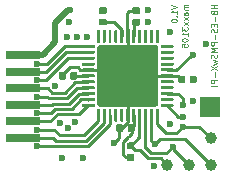
<source format=gbr>
G04 #@! TF.GenerationSoftware,KiCad,Pcbnew,(5.1.5)-3*
G04 #@! TF.CreationDate,2022-01-20T18:21:30+01:00*
G04 #@! TF.ProjectId,HB-ES-PMSwX-Pl_Gosund,48422d45-532d-4504-9d53-77582d506c5f,rev?*
G04 #@! TF.SameCoordinates,Original*
G04 #@! TF.FileFunction,Copper,L4,Bot*
G04 #@! TF.FilePolarity,Positive*
%FSLAX46Y46*%
G04 Gerber Fmt 4.6, Leading zero omitted, Abs format (unit mm)*
G04 Created by KiCad (PCBNEW (5.1.5)-3) date 2022-01-20 18:21:30*
%MOMM*%
%LPD*%
G04 APERTURE LIST*
%ADD10C,0.125000*%
%ADD11C,1.000000*%
%ADD12C,0.100000*%
%ADD13R,3.000000X0.700000*%
%ADD14R,1.700000X1.700000*%
%ADD15C,0.600000*%
%ADD16C,0.500000*%
%ADD17C,0.250000*%
G04 APERTURE END LIST*
D10*
X123436890Y-57391395D02*
X123936890Y-57558061D01*
X123436890Y-57724728D01*
X123936890Y-58153300D02*
X123936890Y-57867585D01*
X123936890Y-58010442D02*
X123436890Y-58010442D01*
X123508319Y-57962823D01*
X123555938Y-57915204D01*
X123579747Y-57867585D01*
X123889271Y-58367585D02*
X123913080Y-58391395D01*
X123936890Y-58367585D01*
X123913080Y-58343776D01*
X123889271Y-58367585D01*
X123936890Y-58367585D01*
X123436890Y-58700919D02*
X123436890Y-58748538D01*
X123460700Y-58796157D01*
X123484509Y-58819966D01*
X123532128Y-58843776D01*
X123627366Y-58867585D01*
X123746414Y-58867585D01*
X123841652Y-58843776D01*
X123889271Y-58819966D01*
X123913080Y-58796157D01*
X123936890Y-58748538D01*
X123936890Y-58700919D01*
X123913080Y-58653300D01*
X123889271Y-58629490D01*
X123841652Y-58605680D01*
X123746414Y-58581871D01*
X123627366Y-58581871D01*
X123532128Y-58605680D01*
X123484509Y-58629490D01*
X123460700Y-58653300D01*
X123436890Y-58700919D01*
X124838590Y-57371680D02*
X124505257Y-57371680D01*
X124552876Y-57371680D02*
X124529066Y-57395490D01*
X124505257Y-57443109D01*
X124505257Y-57514538D01*
X124529066Y-57562157D01*
X124576685Y-57585966D01*
X124838590Y-57585966D01*
X124576685Y-57585966D02*
X124529066Y-57609776D01*
X124505257Y-57657395D01*
X124505257Y-57728823D01*
X124529066Y-57776442D01*
X124576685Y-57800252D01*
X124838590Y-57800252D01*
X124838590Y-58252633D02*
X124576685Y-58252633D01*
X124529066Y-58228823D01*
X124505257Y-58181204D01*
X124505257Y-58085966D01*
X124529066Y-58038347D01*
X124814780Y-58252633D02*
X124838590Y-58205014D01*
X124838590Y-58085966D01*
X124814780Y-58038347D01*
X124767161Y-58014538D01*
X124719542Y-58014538D01*
X124671923Y-58038347D01*
X124648114Y-58085966D01*
X124648114Y-58205014D01*
X124624304Y-58252633D01*
X124838590Y-58443109D02*
X124505257Y-58705014D01*
X124505257Y-58443109D02*
X124838590Y-58705014D01*
X124838590Y-58847871D02*
X124505257Y-59109776D01*
X124505257Y-58847871D02*
X124838590Y-59109776D01*
X124338590Y-59252633D02*
X124338590Y-59562157D01*
X124529066Y-59395490D01*
X124529066Y-59466919D01*
X124552876Y-59514538D01*
X124576685Y-59538347D01*
X124624304Y-59562157D01*
X124743352Y-59562157D01*
X124790971Y-59538347D01*
X124814780Y-59514538D01*
X124838590Y-59466919D01*
X124838590Y-59324061D01*
X124814780Y-59276442D01*
X124790971Y-59252633D01*
X124838590Y-60038347D02*
X124838590Y-59752633D01*
X124838590Y-59895490D02*
X124338590Y-59895490D01*
X124410019Y-59847871D01*
X124457638Y-59800252D01*
X124481447Y-59752633D01*
X124338590Y-60347871D02*
X124338590Y-60395490D01*
X124362400Y-60443109D01*
X124386209Y-60466919D01*
X124433828Y-60490728D01*
X124529066Y-60514538D01*
X124648114Y-60514538D01*
X124743352Y-60490728D01*
X124790971Y-60466919D01*
X124814780Y-60443109D01*
X124838590Y-60395490D01*
X124838590Y-60347871D01*
X124814780Y-60300252D01*
X124790971Y-60276442D01*
X124743352Y-60252633D01*
X124648114Y-60228823D01*
X124529066Y-60228823D01*
X124433828Y-60252633D01*
X124386209Y-60276442D01*
X124362400Y-60300252D01*
X124338590Y-60347871D01*
X124338590Y-60966919D02*
X124338590Y-60728823D01*
X124576685Y-60705014D01*
X124552876Y-60728823D01*
X124529066Y-60776442D01*
X124529066Y-60895490D01*
X124552876Y-60943109D01*
X124576685Y-60966919D01*
X124624304Y-60990728D01*
X124743352Y-60990728D01*
X124790971Y-60966919D01*
X124814780Y-60943109D01*
X124838590Y-60895490D01*
X124838590Y-60776442D01*
X124814780Y-60728823D01*
X124790971Y-60705014D01*
X127315090Y-57367123D02*
X126815090Y-57367123D01*
X127053185Y-57367123D02*
X127053185Y-57652838D01*
X127315090Y-57652838D02*
X126815090Y-57652838D01*
X127053185Y-58057600D02*
X127076995Y-58129028D01*
X127100804Y-58152838D01*
X127148423Y-58176647D01*
X127219852Y-58176647D01*
X127267471Y-58152838D01*
X127291280Y-58129028D01*
X127315090Y-58081409D01*
X127315090Y-57890933D01*
X126815090Y-57890933D01*
X126815090Y-58057600D01*
X126838900Y-58105219D01*
X126862709Y-58129028D01*
X126910328Y-58152838D01*
X126957947Y-58152838D01*
X127005566Y-58129028D01*
X127029376Y-58105219D01*
X127053185Y-58057600D01*
X127053185Y-57890933D01*
X127124614Y-58390933D02*
X127124614Y-58771885D01*
X127053185Y-59009980D02*
X127053185Y-59176647D01*
X127315090Y-59248076D02*
X127315090Y-59009980D01*
X126815090Y-59009980D01*
X126815090Y-59248076D01*
X127291280Y-59438552D02*
X127315090Y-59509980D01*
X127315090Y-59629028D01*
X127291280Y-59676647D01*
X127267471Y-59700457D01*
X127219852Y-59724266D01*
X127172233Y-59724266D01*
X127124614Y-59700457D01*
X127100804Y-59676647D01*
X127076995Y-59629028D01*
X127053185Y-59533790D01*
X127029376Y-59486171D01*
X127005566Y-59462361D01*
X126957947Y-59438552D01*
X126910328Y-59438552D01*
X126862709Y-59462361D01*
X126838900Y-59486171D01*
X126815090Y-59533790D01*
X126815090Y-59652838D01*
X126838900Y-59724266D01*
X127124614Y-59938552D02*
X127124614Y-60319504D01*
X127315090Y-60557600D02*
X126815090Y-60557600D01*
X126815090Y-60748076D01*
X126838900Y-60795695D01*
X126862709Y-60819504D01*
X126910328Y-60843314D01*
X126981757Y-60843314D01*
X127029376Y-60819504D01*
X127053185Y-60795695D01*
X127076995Y-60748076D01*
X127076995Y-60557600D01*
X127315090Y-61057600D02*
X126815090Y-61057600D01*
X127172233Y-61224266D01*
X126815090Y-61390933D01*
X127315090Y-61390933D01*
X127291280Y-61605219D02*
X127315090Y-61676647D01*
X127315090Y-61795695D01*
X127291280Y-61843314D01*
X127267471Y-61867123D01*
X127219852Y-61890933D01*
X127172233Y-61890933D01*
X127124614Y-61867123D01*
X127100804Y-61843314D01*
X127076995Y-61795695D01*
X127053185Y-61700457D01*
X127029376Y-61652838D01*
X127005566Y-61629028D01*
X126957947Y-61605219D01*
X126910328Y-61605219D01*
X126862709Y-61629028D01*
X126838900Y-61652838D01*
X126815090Y-61700457D01*
X126815090Y-61819504D01*
X126838900Y-61890933D01*
X126981757Y-62057600D02*
X127315090Y-62152838D01*
X127076995Y-62248076D01*
X127315090Y-62343314D01*
X126981757Y-62438552D01*
X126815090Y-62581409D02*
X127315090Y-62914742D01*
X126815090Y-62914742D02*
X127315090Y-62581409D01*
X127124614Y-63105219D02*
X127124614Y-63486171D01*
X127315090Y-63724266D02*
X126815090Y-63724266D01*
X126815090Y-63914742D01*
X126838900Y-63962361D01*
X126862709Y-63986171D01*
X126910328Y-64009980D01*
X126981757Y-64009980D01*
X127029376Y-63986171D01*
X127053185Y-63962361D01*
X127076995Y-63914742D01*
X127076995Y-63724266D01*
X127315090Y-64295695D02*
X127291280Y-64248076D01*
X127243661Y-64224266D01*
X126815090Y-64224266D01*
D11*
X124950000Y-70940000D03*
X126790000Y-68670000D03*
X126780000Y-70940000D03*
X123110000Y-70920000D03*
G04 #@! TA.AperFunction,SMDPad,CuDef*
D12*
G36*
X122144504Y-60801204D02*
G01*
X122168773Y-60804804D01*
X122192571Y-60810765D01*
X122215671Y-60819030D01*
X122237849Y-60829520D01*
X122258893Y-60842133D01*
X122278598Y-60856747D01*
X122296777Y-60873223D01*
X122313253Y-60891402D01*
X122327867Y-60911107D01*
X122340480Y-60932151D01*
X122350970Y-60954329D01*
X122359235Y-60977429D01*
X122365196Y-61001227D01*
X122368796Y-61025496D01*
X122370000Y-61050000D01*
X122370000Y-65750000D01*
X122368796Y-65774504D01*
X122365196Y-65798773D01*
X122359235Y-65822571D01*
X122350970Y-65845671D01*
X122340480Y-65867849D01*
X122327867Y-65888893D01*
X122313253Y-65908598D01*
X122296777Y-65926777D01*
X122278598Y-65943253D01*
X122258893Y-65957867D01*
X122237849Y-65970480D01*
X122215671Y-65980970D01*
X122192571Y-65989235D01*
X122168773Y-65995196D01*
X122144504Y-65998796D01*
X122120000Y-66000000D01*
X117420000Y-66000000D01*
X117395496Y-65998796D01*
X117371227Y-65995196D01*
X117347429Y-65989235D01*
X117324329Y-65980970D01*
X117302151Y-65970480D01*
X117281107Y-65957867D01*
X117261402Y-65943253D01*
X117243223Y-65926777D01*
X117226747Y-65908598D01*
X117212133Y-65888893D01*
X117199520Y-65867849D01*
X117189030Y-65845671D01*
X117180765Y-65822571D01*
X117174804Y-65798773D01*
X117171204Y-65774504D01*
X117170000Y-65750000D01*
X117170000Y-61050000D01*
X117171204Y-61025496D01*
X117174804Y-61001227D01*
X117180765Y-60977429D01*
X117189030Y-60954329D01*
X117199520Y-60932151D01*
X117212133Y-60911107D01*
X117226747Y-60891402D01*
X117243223Y-60873223D01*
X117261402Y-60856747D01*
X117281107Y-60842133D01*
X117302151Y-60829520D01*
X117324329Y-60819030D01*
X117347429Y-60810765D01*
X117371227Y-60804804D01*
X117395496Y-60801204D01*
X117420000Y-60800000D01*
X122120000Y-60800000D01*
X122144504Y-60801204D01*
G37*
G04 #@! TD.AperFunction*
G04 #@! TA.AperFunction,SMDPad,CuDef*
G36*
X122338626Y-66200301D02*
G01*
X122344693Y-66201201D01*
X122350643Y-66202691D01*
X122356418Y-66204758D01*
X122361962Y-66207380D01*
X122367223Y-66210533D01*
X122372150Y-66214187D01*
X122376694Y-66218306D01*
X122380813Y-66222850D01*
X122384467Y-66227777D01*
X122387620Y-66233038D01*
X122390242Y-66238582D01*
X122392309Y-66244357D01*
X122393799Y-66250307D01*
X122394699Y-66256374D01*
X122395000Y-66262500D01*
X122395000Y-67212500D01*
X122394699Y-67218626D01*
X122393799Y-67224693D01*
X122392309Y-67230643D01*
X122390242Y-67236418D01*
X122387620Y-67241962D01*
X122384467Y-67247223D01*
X122380813Y-67252150D01*
X122376694Y-67256694D01*
X122372150Y-67260813D01*
X122367223Y-67264467D01*
X122361962Y-67267620D01*
X122356418Y-67270242D01*
X122350643Y-67272309D01*
X122344693Y-67273799D01*
X122338626Y-67274699D01*
X122332500Y-67275000D01*
X122207500Y-67275000D01*
X122201374Y-67274699D01*
X122195307Y-67273799D01*
X122189357Y-67272309D01*
X122183582Y-67270242D01*
X122178038Y-67267620D01*
X122172777Y-67264467D01*
X122167850Y-67260813D01*
X122163306Y-67256694D01*
X122159187Y-67252150D01*
X122155533Y-67247223D01*
X122152380Y-67241962D01*
X122149758Y-67236418D01*
X122147691Y-67230643D01*
X122146201Y-67224693D01*
X122145301Y-67218626D01*
X122145000Y-67212500D01*
X122145000Y-66262500D01*
X122145301Y-66256374D01*
X122146201Y-66250307D01*
X122147691Y-66244357D01*
X122149758Y-66238582D01*
X122152380Y-66233038D01*
X122155533Y-66227777D01*
X122159187Y-66222850D01*
X122163306Y-66218306D01*
X122167850Y-66214187D01*
X122172777Y-66210533D01*
X122178038Y-66207380D01*
X122183582Y-66204758D01*
X122189357Y-66202691D01*
X122195307Y-66201201D01*
X122201374Y-66200301D01*
X122207500Y-66200000D01*
X122332500Y-66200000D01*
X122338626Y-66200301D01*
G37*
G04 #@! TD.AperFunction*
G04 #@! TA.AperFunction,SMDPad,CuDef*
G36*
X121838626Y-66200301D02*
G01*
X121844693Y-66201201D01*
X121850643Y-66202691D01*
X121856418Y-66204758D01*
X121861962Y-66207380D01*
X121867223Y-66210533D01*
X121872150Y-66214187D01*
X121876694Y-66218306D01*
X121880813Y-66222850D01*
X121884467Y-66227777D01*
X121887620Y-66233038D01*
X121890242Y-66238582D01*
X121892309Y-66244357D01*
X121893799Y-66250307D01*
X121894699Y-66256374D01*
X121895000Y-66262500D01*
X121895000Y-67212500D01*
X121894699Y-67218626D01*
X121893799Y-67224693D01*
X121892309Y-67230643D01*
X121890242Y-67236418D01*
X121887620Y-67241962D01*
X121884467Y-67247223D01*
X121880813Y-67252150D01*
X121876694Y-67256694D01*
X121872150Y-67260813D01*
X121867223Y-67264467D01*
X121861962Y-67267620D01*
X121856418Y-67270242D01*
X121850643Y-67272309D01*
X121844693Y-67273799D01*
X121838626Y-67274699D01*
X121832500Y-67275000D01*
X121707500Y-67275000D01*
X121701374Y-67274699D01*
X121695307Y-67273799D01*
X121689357Y-67272309D01*
X121683582Y-67270242D01*
X121678038Y-67267620D01*
X121672777Y-67264467D01*
X121667850Y-67260813D01*
X121663306Y-67256694D01*
X121659187Y-67252150D01*
X121655533Y-67247223D01*
X121652380Y-67241962D01*
X121649758Y-67236418D01*
X121647691Y-67230643D01*
X121646201Y-67224693D01*
X121645301Y-67218626D01*
X121645000Y-67212500D01*
X121645000Y-66262500D01*
X121645301Y-66256374D01*
X121646201Y-66250307D01*
X121647691Y-66244357D01*
X121649758Y-66238582D01*
X121652380Y-66233038D01*
X121655533Y-66227777D01*
X121659187Y-66222850D01*
X121663306Y-66218306D01*
X121667850Y-66214187D01*
X121672777Y-66210533D01*
X121678038Y-66207380D01*
X121683582Y-66204758D01*
X121689357Y-66202691D01*
X121695307Y-66201201D01*
X121701374Y-66200301D01*
X121707500Y-66200000D01*
X121832500Y-66200000D01*
X121838626Y-66200301D01*
G37*
G04 #@! TD.AperFunction*
G04 #@! TA.AperFunction,SMDPad,CuDef*
G36*
X121338626Y-66200301D02*
G01*
X121344693Y-66201201D01*
X121350643Y-66202691D01*
X121356418Y-66204758D01*
X121361962Y-66207380D01*
X121367223Y-66210533D01*
X121372150Y-66214187D01*
X121376694Y-66218306D01*
X121380813Y-66222850D01*
X121384467Y-66227777D01*
X121387620Y-66233038D01*
X121390242Y-66238582D01*
X121392309Y-66244357D01*
X121393799Y-66250307D01*
X121394699Y-66256374D01*
X121395000Y-66262500D01*
X121395000Y-67212500D01*
X121394699Y-67218626D01*
X121393799Y-67224693D01*
X121392309Y-67230643D01*
X121390242Y-67236418D01*
X121387620Y-67241962D01*
X121384467Y-67247223D01*
X121380813Y-67252150D01*
X121376694Y-67256694D01*
X121372150Y-67260813D01*
X121367223Y-67264467D01*
X121361962Y-67267620D01*
X121356418Y-67270242D01*
X121350643Y-67272309D01*
X121344693Y-67273799D01*
X121338626Y-67274699D01*
X121332500Y-67275000D01*
X121207500Y-67275000D01*
X121201374Y-67274699D01*
X121195307Y-67273799D01*
X121189357Y-67272309D01*
X121183582Y-67270242D01*
X121178038Y-67267620D01*
X121172777Y-67264467D01*
X121167850Y-67260813D01*
X121163306Y-67256694D01*
X121159187Y-67252150D01*
X121155533Y-67247223D01*
X121152380Y-67241962D01*
X121149758Y-67236418D01*
X121147691Y-67230643D01*
X121146201Y-67224693D01*
X121145301Y-67218626D01*
X121145000Y-67212500D01*
X121145000Y-66262500D01*
X121145301Y-66256374D01*
X121146201Y-66250307D01*
X121147691Y-66244357D01*
X121149758Y-66238582D01*
X121152380Y-66233038D01*
X121155533Y-66227777D01*
X121159187Y-66222850D01*
X121163306Y-66218306D01*
X121167850Y-66214187D01*
X121172777Y-66210533D01*
X121178038Y-66207380D01*
X121183582Y-66204758D01*
X121189357Y-66202691D01*
X121195307Y-66201201D01*
X121201374Y-66200301D01*
X121207500Y-66200000D01*
X121332500Y-66200000D01*
X121338626Y-66200301D01*
G37*
G04 #@! TD.AperFunction*
G04 #@! TA.AperFunction,SMDPad,CuDef*
G36*
X120838626Y-66200301D02*
G01*
X120844693Y-66201201D01*
X120850643Y-66202691D01*
X120856418Y-66204758D01*
X120861962Y-66207380D01*
X120867223Y-66210533D01*
X120872150Y-66214187D01*
X120876694Y-66218306D01*
X120880813Y-66222850D01*
X120884467Y-66227777D01*
X120887620Y-66233038D01*
X120890242Y-66238582D01*
X120892309Y-66244357D01*
X120893799Y-66250307D01*
X120894699Y-66256374D01*
X120895000Y-66262500D01*
X120895000Y-67212500D01*
X120894699Y-67218626D01*
X120893799Y-67224693D01*
X120892309Y-67230643D01*
X120890242Y-67236418D01*
X120887620Y-67241962D01*
X120884467Y-67247223D01*
X120880813Y-67252150D01*
X120876694Y-67256694D01*
X120872150Y-67260813D01*
X120867223Y-67264467D01*
X120861962Y-67267620D01*
X120856418Y-67270242D01*
X120850643Y-67272309D01*
X120844693Y-67273799D01*
X120838626Y-67274699D01*
X120832500Y-67275000D01*
X120707500Y-67275000D01*
X120701374Y-67274699D01*
X120695307Y-67273799D01*
X120689357Y-67272309D01*
X120683582Y-67270242D01*
X120678038Y-67267620D01*
X120672777Y-67264467D01*
X120667850Y-67260813D01*
X120663306Y-67256694D01*
X120659187Y-67252150D01*
X120655533Y-67247223D01*
X120652380Y-67241962D01*
X120649758Y-67236418D01*
X120647691Y-67230643D01*
X120646201Y-67224693D01*
X120645301Y-67218626D01*
X120645000Y-67212500D01*
X120645000Y-66262500D01*
X120645301Y-66256374D01*
X120646201Y-66250307D01*
X120647691Y-66244357D01*
X120649758Y-66238582D01*
X120652380Y-66233038D01*
X120655533Y-66227777D01*
X120659187Y-66222850D01*
X120663306Y-66218306D01*
X120667850Y-66214187D01*
X120672777Y-66210533D01*
X120678038Y-66207380D01*
X120683582Y-66204758D01*
X120689357Y-66202691D01*
X120695307Y-66201201D01*
X120701374Y-66200301D01*
X120707500Y-66200000D01*
X120832500Y-66200000D01*
X120838626Y-66200301D01*
G37*
G04 #@! TD.AperFunction*
G04 #@! TA.AperFunction,SMDPad,CuDef*
G36*
X120338626Y-66200301D02*
G01*
X120344693Y-66201201D01*
X120350643Y-66202691D01*
X120356418Y-66204758D01*
X120361962Y-66207380D01*
X120367223Y-66210533D01*
X120372150Y-66214187D01*
X120376694Y-66218306D01*
X120380813Y-66222850D01*
X120384467Y-66227777D01*
X120387620Y-66233038D01*
X120390242Y-66238582D01*
X120392309Y-66244357D01*
X120393799Y-66250307D01*
X120394699Y-66256374D01*
X120395000Y-66262500D01*
X120395000Y-67212500D01*
X120394699Y-67218626D01*
X120393799Y-67224693D01*
X120392309Y-67230643D01*
X120390242Y-67236418D01*
X120387620Y-67241962D01*
X120384467Y-67247223D01*
X120380813Y-67252150D01*
X120376694Y-67256694D01*
X120372150Y-67260813D01*
X120367223Y-67264467D01*
X120361962Y-67267620D01*
X120356418Y-67270242D01*
X120350643Y-67272309D01*
X120344693Y-67273799D01*
X120338626Y-67274699D01*
X120332500Y-67275000D01*
X120207500Y-67275000D01*
X120201374Y-67274699D01*
X120195307Y-67273799D01*
X120189357Y-67272309D01*
X120183582Y-67270242D01*
X120178038Y-67267620D01*
X120172777Y-67264467D01*
X120167850Y-67260813D01*
X120163306Y-67256694D01*
X120159187Y-67252150D01*
X120155533Y-67247223D01*
X120152380Y-67241962D01*
X120149758Y-67236418D01*
X120147691Y-67230643D01*
X120146201Y-67224693D01*
X120145301Y-67218626D01*
X120145000Y-67212500D01*
X120145000Y-66262500D01*
X120145301Y-66256374D01*
X120146201Y-66250307D01*
X120147691Y-66244357D01*
X120149758Y-66238582D01*
X120152380Y-66233038D01*
X120155533Y-66227777D01*
X120159187Y-66222850D01*
X120163306Y-66218306D01*
X120167850Y-66214187D01*
X120172777Y-66210533D01*
X120178038Y-66207380D01*
X120183582Y-66204758D01*
X120189357Y-66202691D01*
X120195307Y-66201201D01*
X120201374Y-66200301D01*
X120207500Y-66200000D01*
X120332500Y-66200000D01*
X120338626Y-66200301D01*
G37*
G04 #@! TD.AperFunction*
G04 #@! TA.AperFunction,SMDPad,CuDef*
G36*
X119838626Y-66200301D02*
G01*
X119844693Y-66201201D01*
X119850643Y-66202691D01*
X119856418Y-66204758D01*
X119861962Y-66207380D01*
X119867223Y-66210533D01*
X119872150Y-66214187D01*
X119876694Y-66218306D01*
X119880813Y-66222850D01*
X119884467Y-66227777D01*
X119887620Y-66233038D01*
X119890242Y-66238582D01*
X119892309Y-66244357D01*
X119893799Y-66250307D01*
X119894699Y-66256374D01*
X119895000Y-66262500D01*
X119895000Y-67212500D01*
X119894699Y-67218626D01*
X119893799Y-67224693D01*
X119892309Y-67230643D01*
X119890242Y-67236418D01*
X119887620Y-67241962D01*
X119884467Y-67247223D01*
X119880813Y-67252150D01*
X119876694Y-67256694D01*
X119872150Y-67260813D01*
X119867223Y-67264467D01*
X119861962Y-67267620D01*
X119856418Y-67270242D01*
X119850643Y-67272309D01*
X119844693Y-67273799D01*
X119838626Y-67274699D01*
X119832500Y-67275000D01*
X119707500Y-67275000D01*
X119701374Y-67274699D01*
X119695307Y-67273799D01*
X119689357Y-67272309D01*
X119683582Y-67270242D01*
X119678038Y-67267620D01*
X119672777Y-67264467D01*
X119667850Y-67260813D01*
X119663306Y-67256694D01*
X119659187Y-67252150D01*
X119655533Y-67247223D01*
X119652380Y-67241962D01*
X119649758Y-67236418D01*
X119647691Y-67230643D01*
X119646201Y-67224693D01*
X119645301Y-67218626D01*
X119645000Y-67212500D01*
X119645000Y-66262500D01*
X119645301Y-66256374D01*
X119646201Y-66250307D01*
X119647691Y-66244357D01*
X119649758Y-66238582D01*
X119652380Y-66233038D01*
X119655533Y-66227777D01*
X119659187Y-66222850D01*
X119663306Y-66218306D01*
X119667850Y-66214187D01*
X119672777Y-66210533D01*
X119678038Y-66207380D01*
X119683582Y-66204758D01*
X119689357Y-66202691D01*
X119695307Y-66201201D01*
X119701374Y-66200301D01*
X119707500Y-66200000D01*
X119832500Y-66200000D01*
X119838626Y-66200301D01*
G37*
G04 #@! TD.AperFunction*
G04 #@! TA.AperFunction,SMDPad,CuDef*
G36*
X119338626Y-66200301D02*
G01*
X119344693Y-66201201D01*
X119350643Y-66202691D01*
X119356418Y-66204758D01*
X119361962Y-66207380D01*
X119367223Y-66210533D01*
X119372150Y-66214187D01*
X119376694Y-66218306D01*
X119380813Y-66222850D01*
X119384467Y-66227777D01*
X119387620Y-66233038D01*
X119390242Y-66238582D01*
X119392309Y-66244357D01*
X119393799Y-66250307D01*
X119394699Y-66256374D01*
X119395000Y-66262500D01*
X119395000Y-67212500D01*
X119394699Y-67218626D01*
X119393799Y-67224693D01*
X119392309Y-67230643D01*
X119390242Y-67236418D01*
X119387620Y-67241962D01*
X119384467Y-67247223D01*
X119380813Y-67252150D01*
X119376694Y-67256694D01*
X119372150Y-67260813D01*
X119367223Y-67264467D01*
X119361962Y-67267620D01*
X119356418Y-67270242D01*
X119350643Y-67272309D01*
X119344693Y-67273799D01*
X119338626Y-67274699D01*
X119332500Y-67275000D01*
X119207500Y-67275000D01*
X119201374Y-67274699D01*
X119195307Y-67273799D01*
X119189357Y-67272309D01*
X119183582Y-67270242D01*
X119178038Y-67267620D01*
X119172777Y-67264467D01*
X119167850Y-67260813D01*
X119163306Y-67256694D01*
X119159187Y-67252150D01*
X119155533Y-67247223D01*
X119152380Y-67241962D01*
X119149758Y-67236418D01*
X119147691Y-67230643D01*
X119146201Y-67224693D01*
X119145301Y-67218626D01*
X119145000Y-67212500D01*
X119145000Y-66262500D01*
X119145301Y-66256374D01*
X119146201Y-66250307D01*
X119147691Y-66244357D01*
X119149758Y-66238582D01*
X119152380Y-66233038D01*
X119155533Y-66227777D01*
X119159187Y-66222850D01*
X119163306Y-66218306D01*
X119167850Y-66214187D01*
X119172777Y-66210533D01*
X119178038Y-66207380D01*
X119183582Y-66204758D01*
X119189357Y-66202691D01*
X119195307Y-66201201D01*
X119201374Y-66200301D01*
X119207500Y-66200000D01*
X119332500Y-66200000D01*
X119338626Y-66200301D01*
G37*
G04 #@! TD.AperFunction*
G04 #@! TA.AperFunction,SMDPad,CuDef*
G36*
X118838626Y-66200301D02*
G01*
X118844693Y-66201201D01*
X118850643Y-66202691D01*
X118856418Y-66204758D01*
X118861962Y-66207380D01*
X118867223Y-66210533D01*
X118872150Y-66214187D01*
X118876694Y-66218306D01*
X118880813Y-66222850D01*
X118884467Y-66227777D01*
X118887620Y-66233038D01*
X118890242Y-66238582D01*
X118892309Y-66244357D01*
X118893799Y-66250307D01*
X118894699Y-66256374D01*
X118895000Y-66262500D01*
X118895000Y-67212500D01*
X118894699Y-67218626D01*
X118893799Y-67224693D01*
X118892309Y-67230643D01*
X118890242Y-67236418D01*
X118887620Y-67241962D01*
X118884467Y-67247223D01*
X118880813Y-67252150D01*
X118876694Y-67256694D01*
X118872150Y-67260813D01*
X118867223Y-67264467D01*
X118861962Y-67267620D01*
X118856418Y-67270242D01*
X118850643Y-67272309D01*
X118844693Y-67273799D01*
X118838626Y-67274699D01*
X118832500Y-67275000D01*
X118707500Y-67275000D01*
X118701374Y-67274699D01*
X118695307Y-67273799D01*
X118689357Y-67272309D01*
X118683582Y-67270242D01*
X118678038Y-67267620D01*
X118672777Y-67264467D01*
X118667850Y-67260813D01*
X118663306Y-67256694D01*
X118659187Y-67252150D01*
X118655533Y-67247223D01*
X118652380Y-67241962D01*
X118649758Y-67236418D01*
X118647691Y-67230643D01*
X118646201Y-67224693D01*
X118645301Y-67218626D01*
X118645000Y-67212500D01*
X118645000Y-66262500D01*
X118645301Y-66256374D01*
X118646201Y-66250307D01*
X118647691Y-66244357D01*
X118649758Y-66238582D01*
X118652380Y-66233038D01*
X118655533Y-66227777D01*
X118659187Y-66222850D01*
X118663306Y-66218306D01*
X118667850Y-66214187D01*
X118672777Y-66210533D01*
X118678038Y-66207380D01*
X118683582Y-66204758D01*
X118689357Y-66202691D01*
X118695307Y-66201201D01*
X118701374Y-66200301D01*
X118707500Y-66200000D01*
X118832500Y-66200000D01*
X118838626Y-66200301D01*
G37*
G04 #@! TD.AperFunction*
G04 #@! TA.AperFunction,SMDPad,CuDef*
G36*
X118338626Y-66200301D02*
G01*
X118344693Y-66201201D01*
X118350643Y-66202691D01*
X118356418Y-66204758D01*
X118361962Y-66207380D01*
X118367223Y-66210533D01*
X118372150Y-66214187D01*
X118376694Y-66218306D01*
X118380813Y-66222850D01*
X118384467Y-66227777D01*
X118387620Y-66233038D01*
X118390242Y-66238582D01*
X118392309Y-66244357D01*
X118393799Y-66250307D01*
X118394699Y-66256374D01*
X118395000Y-66262500D01*
X118395000Y-67212500D01*
X118394699Y-67218626D01*
X118393799Y-67224693D01*
X118392309Y-67230643D01*
X118390242Y-67236418D01*
X118387620Y-67241962D01*
X118384467Y-67247223D01*
X118380813Y-67252150D01*
X118376694Y-67256694D01*
X118372150Y-67260813D01*
X118367223Y-67264467D01*
X118361962Y-67267620D01*
X118356418Y-67270242D01*
X118350643Y-67272309D01*
X118344693Y-67273799D01*
X118338626Y-67274699D01*
X118332500Y-67275000D01*
X118207500Y-67275000D01*
X118201374Y-67274699D01*
X118195307Y-67273799D01*
X118189357Y-67272309D01*
X118183582Y-67270242D01*
X118178038Y-67267620D01*
X118172777Y-67264467D01*
X118167850Y-67260813D01*
X118163306Y-67256694D01*
X118159187Y-67252150D01*
X118155533Y-67247223D01*
X118152380Y-67241962D01*
X118149758Y-67236418D01*
X118147691Y-67230643D01*
X118146201Y-67224693D01*
X118145301Y-67218626D01*
X118145000Y-67212500D01*
X118145000Y-66262500D01*
X118145301Y-66256374D01*
X118146201Y-66250307D01*
X118147691Y-66244357D01*
X118149758Y-66238582D01*
X118152380Y-66233038D01*
X118155533Y-66227777D01*
X118159187Y-66222850D01*
X118163306Y-66218306D01*
X118167850Y-66214187D01*
X118172777Y-66210533D01*
X118178038Y-66207380D01*
X118183582Y-66204758D01*
X118189357Y-66202691D01*
X118195307Y-66201201D01*
X118201374Y-66200301D01*
X118207500Y-66200000D01*
X118332500Y-66200000D01*
X118338626Y-66200301D01*
G37*
G04 #@! TD.AperFunction*
G04 #@! TA.AperFunction,SMDPad,CuDef*
G36*
X117838626Y-66200301D02*
G01*
X117844693Y-66201201D01*
X117850643Y-66202691D01*
X117856418Y-66204758D01*
X117861962Y-66207380D01*
X117867223Y-66210533D01*
X117872150Y-66214187D01*
X117876694Y-66218306D01*
X117880813Y-66222850D01*
X117884467Y-66227777D01*
X117887620Y-66233038D01*
X117890242Y-66238582D01*
X117892309Y-66244357D01*
X117893799Y-66250307D01*
X117894699Y-66256374D01*
X117895000Y-66262500D01*
X117895000Y-67212500D01*
X117894699Y-67218626D01*
X117893799Y-67224693D01*
X117892309Y-67230643D01*
X117890242Y-67236418D01*
X117887620Y-67241962D01*
X117884467Y-67247223D01*
X117880813Y-67252150D01*
X117876694Y-67256694D01*
X117872150Y-67260813D01*
X117867223Y-67264467D01*
X117861962Y-67267620D01*
X117856418Y-67270242D01*
X117850643Y-67272309D01*
X117844693Y-67273799D01*
X117838626Y-67274699D01*
X117832500Y-67275000D01*
X117707500Y-67275000D01*
X117701374Y-67274699D01*
X117695307Y-67273799D01*
X117689357Y-67272309D01*
X117683582Y-67270242D01*
X117678038Y-67267620D01*
X117672777Y-67264467D01*
X117667850Y-67260813D01*
X117663306Y-67256694D01*
X117659187Y-67252150D01*
X117655533Y-67247223D01*
X117652380Y-67241962D01*
X117649758Y-67236418D01*
X117647691Y-67230643D01*
X117646201Y-67224693D01*
X117645301Y-67218626D01*
X117645000Y-67212500D01*
X117645000Y-66262500D01*
X117645301Y-66256374D01*
X117646201Y-66250307D01*
X117647691Y-66244357D01*
X117649758Y-66238582D01*
X117652380Y-66233038D01*
X117655533Y-66227777D01*
X117659187Y-66222850D01*
X117663306Y-66218306D01*
X117667850Y-66214187D01*
X117672777Y-66210533D01*
X117678038Y-66207380D01*
X117683582Y-66204758D01*
X117689357Y-66202691D01*
X117695307Y-66201201D01*
X117701374Y-66200301D01*
X117707500Y-66200000D01*
X117832500Y-66200000D01*
X117838626Y-66200301D01*
G37*
G04 #@! TD.AperFunction*
G04 #@! TA.AperFunction,SMDPad,CuDef*
G36*
X117338626Y-66200301D02*
G01*
X117344693Y-66201201D01*
X117350643Y-66202691D01*
X117356418Y-66204758D01*
X117361962Y-66207380D01*
X117367223Y-66210533D01*
X117372150Y-66214187D01*
X117376694Y-66218306D01*
X117380813Y-66222850D01*
X117384467Y-66227777D01*
X117387620Y-66233038D01*
X117390242Y-66238582D01*
X117392309Y-66244357D01*
X117393799Y-66250307D01*
X117394699Y-66256374D01*
X117395000Y-66262500D01*
X117395000Y-67212500D01*
X117394699Y-67218626D01*
X117393799Y-67224693D01*
X117392309Y-67230643D01*
X117390242Y-67236418D01*
X117387620Y-67241962D01*
X117384467Y-67247223D01*
X117380813Y-67252150D01*
X117376694Y-67256694D01*
X117372150Y-67260813D01*
X117367223Y-67264467D01*
X117361962Y-67267620D01*
X117356418Y-67270242D01*
X117350643Y-67272309D01*
X117344693Y-67273799D01*
X117338626Y-67274699D01*
X117332500Y-67275000D01*
X117207500Y-67275000D01*
X117201374Y-67274699D01*
X117195307Y-67273799D01*
X117189357Y-67272309D01*
X117183582Y-67270242D01*
X117178038Y-67267620D01*
X117172777Y-67264467D01*
X117167850Y-67260813D01*
X117163306Y-67256694D01*
X117159187Y-67252150D01*
X117155533Y-67247223D01*
X117152380Y-67241962D01*
X117149758Y-67236418D01*
X117147691Y-67230643D01*
X117146201Y-67224693D01*
X117145301Y-67218626D01*
X117145000Y-67212500D01*
X117145000Y-66262500D01*
X117145301Y-66256374D01*
X117146201Y-66250307D01*
X117147691Y-66244357D01*
X117149758Y-66238582D01*
X117152380Y-66233038D01*
X117155533Y-66227777D01*
X117159187Y-66222850D01*
X117163306Y-66218306D01*
X117167850Y-66214187D01*
X117172777Y-66210533D01*
X117178038Y-66207380D01*
X117183582Y-66204758D01*
X117189357Y-66202691D01*
X117195307Y-66201201D01*
X117201374Y-66200301D01*
X117207500Y-66200000D01*
X117332500Y-66200000D01*
X117338626Y-66200301D01*
G37*
G04 #@! TD.AperFunction*
G04 #@! TA.AperFunction,SMDPad,CuDef*
G36*
X116913626Y-65775301D02*
G01*
X116919693Y-65776201D01*
X116925643Y-65777691D01*
X116931418Y-65779758D01*
X116936962Y-65782380D01*
X116942223Y-65785533D01*
X116947150Y-65789187D01*
X116951694Y-65793306D01*
X116955813Y-65797850D01*
X116959467Y-65802777D01*
X116962620Y-65808038D01*
X116965242Y-65813582D01*
X116967309Y-65819357D01*
X116968799Y-65825307D01*
X116969699Y-65831374D01*
X116970000Y-65837500D01*
X116970000Y-65962500D01*
X116969699Y-65968626D01*
X116968799Y-65974693D01*
X116967309Y-65980643D01*
X116965242Y-65986418D01*
X116962620Y-65991962D01*
X116959467Y-65997223D01*
X116955813Y-66002150D01*
X116951694Y-66006694D01*
X116947150Y-66010813D01*
X116942223Y-66014467D01*
X116936962Y-66017620D01*
X116931418Y-66020242D01*
X116925643Y-66022309D01*
X116919693Y-66023799D01*
X116913626Y-66024699D01*
X116907500Y-66025000D01*
X115957500Y-66025000D01*
X115951374Y-66024699D01*
X115945307Y-66023799D01*
X115939357Y-66022309D01*
X115933582Y-66020242D01*
X115928038Y-66017620D01*
X115922777Y-66014467D01*
X115917850Y-66010813D01*
X115913306Y-66006694D01*
X115909187Y-66002150D01*
X115905533Y-65997223D01*
X115902380Y-65991962D01*
X115899758Y-65986418D01*
X115897691Y-65980643D01*
X115896201Y-65974693D01*
X115895301Y-65968626D01*
X115895000Y-65962500D01*
X115895000Y-65837500D01*
X115895301Y-65831374D01*
X115896201Y-65825307D01*
X115897691Y-65819357D01*
X115899758Y-65813582D01*
X115902380Y-65808038D01*
X115905533Y-65802777D01*
X115909187Y-65797850D01*
X115913306Y-65793306D01*
X115917850Y-65789187D01*
X115922777Y-65785533D01*
X115928038Y-65782380D01*
X115933582Y-65779758D01*
X115939357Y-65777691D01*
X115945307Y-65776201D01*
X115951374Y-65775301D01*
X115957500Y-65775000D01*
X116907500Y-65775000D01*
X116913626Y-65775301D01*
G37*
G04 #@! TD.AperFunction*
G04 #@! TA.AperFunction,SMDPad,CuDef*
G36*
X116913626Y-65275301D02*
G01*
X116919693Y-65276201D01*
X116925643Y-65277691D01*
X116931418Y-65279758D01*
X116936962Y-65282380D01*
X116942223Y-65285533D01*
X116947150Y-65289187D01*
X116951694Y-65293306D01*
X116955813Y-65297850D01*
X116959467Y-65302777D01*
X116962620Y-65308038D01*
X116965242Y-65313582D01*
X116967309Y-65319357D01*
X116968799Y-65325307D01*
X116969699Y-65331374D01*
X116970000Y-65337500D01*
X116970000Y-65462500D01*
X116969699Y-65468626D01*
X116968799Y-65474693D01*
X116967309Y-65480643D01*
X116965242Y-65486418D01*
X116962620Y-65491962D01*
X116959467Y-65497223D01*
X116955813Y-65502150D01*
X116951694Y-65506694D01*
X116947150Y-65510813D01*
X116942223Y-65514467D01*
X116936962Y-65517620D01*
X116931418Y-65520242D01*
X116925643Y-65522309D01*
X116919693Y-65523799D01*
X116913626Y-65524699D01*
X116907500Y-65525000D01*
X115957500Y-65525000D01*
X115951374Y-65524699D01*
X115945307Y-65523799D01*
X115939357Y-65522309D01*
X115933582Y-65520242D01*
X115928038Y-65517620D01*
X115922777Y-65514467D01*
X115917850Y-65510813D01*
X115913306Y-65506694D01*
X115909187Y-65502150D01*
X115905533Y-65497223D01*
X115902380Y-65491962D01*
X115899758Y-65486418D01*
X115897691Y-65480643D01*
X115896201Y-65474693D01*
X115895301Y-65468626D01*
X115895000Y-65462500D01*
X115895000Y-65337500D01*
X115895301Y-65331374D01*
X115896201Y-65325307D01*
X115897691Y-65319357D01*
X115899758Y-65313582D01*
X115902380Y-65308038D01*
X115905533Y-65302777D01*
X115909187Y-65297850D01*
X115913306Y-65293306D01*
X115917850Y-65289187D01*
X115922777Y-65285533D01*
X115928038Y-65282380D01*
X115933582Y-65279758D01*
X115939357Y-65277691D01*
X115945307Y-65276201D01*
X115951374Y-65275301D01*
X115957500Y-65275000D01*
X116907500Y-65275000D01*
X116913626Y-65275301D01*
G37*
G04 #@! TD.AperFunction*
G04 #@! TA.AperFunction,SMDPad,CuDef*
G36*
X116913626Y-64775301D02*
G01*
X116919693Y-64776201D01*
X116925643Y-64777691D01*
X116931418Y-64779758D01*
X116936962Y-64782380D01*
X116942223Y-64785533D01*
X116947150Y-64789187D01*
X116951694Y-64793306D01*
X116955813Y-64797850D01*
X116959467Y-64802777D01*
X116962620Y-64808038D01*
X116965242Y-64813582D01*
X116967309Y-64819357D01*
X116968799Y-64825307D01*
X116969699Y-64831374D01*
X116970000Y-64837500D01*
X116970000Y-64962500D01*
X116969699Y-64968626D01*
X116968799Y-64974693D01*
X116967309Y-64980643D01*
X116965242Y-64986418D01*
X116962620Y-64991962D01*
X116959467Y-64997223D01*
X116955813Y-65002150D01*
X116951694Y-65006694D01*
X116947150Y-65010813D01*
X116942223Y-65014467D01*
X116936962Y-65017620D01*
X116931418Y-65020242D01*
X116925643Y-65022309D01*
X116919693Y-65023799D01*
X116913626Y-65024699D01*
X116907500Y-65025000D01*
X115957500Y-65025000D01*
X115951374Y-65024699D01*
X115945307Y-65023799D01*
X115939357Y-65022309D01*
X115933582Y-65020242D01*
X115928038Y-65017620D01*
X115922777Y-65014467D01*
X115917850Y-65010813D01*
X115913306Y-65006694D01*
X115909187Y-65002150D01*
X115905533Y-64997223D01*
X115902380Y-64991962D01*
X115899758Y-64986418D01*
X115897691Y-64980643D01*
X115896201Y-64974693D01*
X115895301Y-64968626D01*
X115895000Y-64962500D01*
X115895000Y-64837500D01*
X115895301Y-64831374D01*
X115896201Y-64825307D01*
X115897691Y-64819357D01*
X115899758Y-64813582D01*
X115902380Y-64808038D01*
X115905533Y-64802777D01*
X115909187Y-64797850D01*
X115913306Y-64793306D01*
X115917850Y-64789187D01*
X115922777Y-64785533D01*
X115928038Y-64782380D01*
X115933582Y-64779758D01*
X115939357Y-64777691D01*
X115945307Y-64776201D01*
X115951374Y-64775301D01*
X115957500Y-64775000D01*
X116907500Y-64775000D01*
X116913626Y-64775301D01*
G37*
G04 #@! TD.AperFunction*
G04 #@! TA.AperFunction,SMDPad,CuDef*
G36*
X116913626Y-64275301D02*
G01*
X116919693Y-64276201D01*
X116925643Y-64277691D01*
X116931418Y-64279758D01*
X116936962Y-64282380D01*
X116942223Y-64285533D01*
X116947150Y-64289187D01*
X116951694Y-64293306D01*
X116955813Y-64297850D01*
X116959467Y-64302777D01*
X116962620Y-64308038D01*
X116965242Y-64313582D01*
X116967309Y-64319357D01*
X116968799Y-64325307D01*
X116969699Y-64331374D01*
X116970000Y-64337500D01*
X116970000Y-64462500D01*
X116969699Y-64468626D01*
X116968799Y-64474693D01*
X116967309Y-64480643D01*
X116965242Y-64486418D01*
X116962620Y-64491962D01*
X116959467Y-64497223D01*
X116955813Y-64502150D01*
X116951694Y-64506694D01*
X116947150Y-64510813D01*
X116942223Y-64514467D01*
X116936962Y-64517620D01*
X116931418Y-64520242D01*
X116925643Y-64522309D01*
X116919693Y-64523799D01*
X116913626Y-64524699D01*
X116907500Y-64525000D01*
X115957500Y-64525000D01*
X115951374Y-64524699D01*
X115945307Y-64523799D01*
X115939357Y-64522309D01*
X115933582Y-64520242D01*
X115928038Y-64517620D01*
X115922777Y-64514467D01*
X115917850Y-64510813D01*
X115913306Y-64506694D01*
X115909187Y-64502150D01*
X115905533Y-64497223D01*
X115902380Y-64491962D01*
X115899758Y-64486418D01*
X115897691Y-64480643D01*
X115896201Y-64474693D01*
X115895301Y-64468626D01*
X115895000Y-64462500D01*
X115895000Y-64337500D01*
X115895301Y-64331374D01*
X115896201Y-64325307D01*
X115897691Y-64319357D01*
X115899758Y-64313582D01*
X115902380Y-64308038D01*
X115905533Y-64302777D01*
X115909187Y-64297850D01*
X115913306Y-64293306D01*
X115917850Y-64289187D01*
X115922777Y-64285533D01*
X115928038Y-64282380D01*
X115933582Y-64279758D01*
X115939357Y-64277691D01*
X115945307Y-64276201D01*
X115951374Y-64275301D01*
X115957500Y-64275000D01*
X116907500Y-64275000D01*
X116913626Y-64275301D01*
G37*
G04 #@! TD.AperFunction*
G04 #@! TA.AperFunction,SMDPad,CuDef*
G36*
X116913626Y-63775301D02*
G01*
X116919693Y-63776201D01*
X116925643Y-63777691D01*
X116931418Y-63779758D01*
X116936962Y-63782380D01*
X116942223Y-63785533D01*
X116947150Y-63789187D01*
X116951694Y-63793306D01*
X116955813Y-63797850D01*
X116959467Y-63802777D01*
X116962620Y-63808038D01*
X116965242Y-63813582D01*
X116967309Y-63819357D01*
X116968799Y-63825307D01*
X116969699Y-63831374D01*
X116970000Y-63837500D01*
X116970000Y-63962500D01*
X116969699Y-63968626D01*
X116968799Y-63974693D01*
X116967309Y-63980643D01*
X116965242Y-63986418D01*
X116962620Y-63991962D01*
X116959467Y-63997223D01*
X116955813Y-64002150D01*
X116951694Y-64006694D01*
X116947150Y-64010813D01*
X116942223Y-64014467D01*
X116936962Y-64017620D01*
X116931418Y-64020242D01*
X116925643Y-64022309D01*
X116919693Y-64023799D01*
X116913626Y-64024699D01*
X116907500Y-64025000D01*
X115957500Y-64025000D01*
X115951374Y-64024699D01*
X115945307Y-64023799D01*
X115939357Y-64022309D01*
X115933582Y-64020242D01*
X115928038Y-64017620D01*
X115922777Y-64014467D01*
X115917850Y-64010813D01*
X115913306Y-64006694D01*
X115909187Y-64002150D01*
X115905533Y-63997223D01*
X115902380Y-63991962D01*
X115899758Y-63986418D01*
X115897691Y-63980643D01*
X115896201Y-63974693D01*
X115895301Y-63968626D01*
X115895000Y-63962500D01*
X115895000Y-63837500D01*
X115895301Y-63831374D01*
X115896201Y-63825307D01*
X115897691Y-63819357D01*
X115899758Y-63813582D01*
X115902380Y-63808038D01*
X115905533Y-63802777D01*
X115909187Y-63797850D01*
X115913306Y-63793306D01*
X115917850Y-63789187D01*
X115922777Y-63785533D01*
X115928038Y-63782380D01*
X115933582Y-63779758D01*
X115939357Y-63777691D01*
X115945307Y-63776201D01*
X115951374Y-63775301D01*
X115957500Y-63775000D01*
X116907500Y-63775000D01*
X116913626Y-63775301D01*
G37*
G04 #@! TD.AperFunction*
G04 #@! TA.AperFunction,SMDPad,CuDef*
G36*
X116913626Y-63275301D02*
G01*
X116919693Y-63276201D01*
X116925643Y-63277691D01*
X116931418Y-63279758D01*
X116936962Y-63282380D01*
X116942223Y-63285533D01*
X116947150Y-63289187D01*
X116951694Y-63293306D01*
X116955813Y-63297850D01*
X116959467Y-63302777D01*
X116962620Y-63308038D01*
X116965242Y-63313582D01*
X116967309Y-63319357D01*
X116968799Y-63325307D01*
X116969699Y-63331374D01*
X116970000Y-63337500D01*
X116970000Y-63462500D01*
X116969699Y-63468626D01*
X116968799Y-63474693D01*
X116967309Y-63480643D01*
X116965242Y-63486418D01*
X116962620Y-63491962D01*
X116959467Y-63497223D01*
X116955813Y-63502150D01*
X116951694Y-63506694D01*
X116947150Y-63510813D01*
X116942223Y-63514467D01*
X116936962Y-63517620D01*
X116931418Y-63520242D01*
X116925643Y-63522309D01*
X116919693Y-63523799D01*
X116913626Y-63524699D01*
X116907500Y-63525000D01*
X115957500Y-63525000D01*
X115951374Y-63524699D01*
X115945307Y-63523799D01*
X115939357Y-63522309D01*
X115933582Y-63520242D01*
X115928038Y-63517620D01*
X115922777Y-63514467D01*
X115917850Y-63510813D01*
X115913306Y-63506694D01*
X115909187Y-63502150D01*
X115905533Y-63497223D01*
X115902380Y-63491962D01*
X115899758Y-63486418D01*
X115897691Y-63480643D01*
X115896201Y-63474693D01*
X115895301Y-63468626D01*
X115895000Y-63462500D01*
X115895000Y-63337500D01*
X115895301Y-63331374D01*
X115896201Y-63325307D01*
X115897691Y-63319357D01*
X115899758Y-63313582D01*
X115902380Y-63308038D01*
X115905533Y-63302777D01*
X115909187Y-63297850D01*
X115913306Y-63293306D01*
X115917850Y-63289187D01*
X115922777Y-63285533D01*
X115928038Y-63282380D01*
X115933582Y-63279758D01*
X115939357Y-63277691D01*
X115945307Y-63276201D01*
X115951374Y-63275301D01*
X115957500Y-63275000D01*
X116907500Y-63275000D01*
X116913626Y-63275301D01*
G37*
G04 #@! TD.AperFunction*
G04 #@! TA.AperFunction,SMDPad,CuDef*
G36*
X116913626Y-62775301D02*
G01*
X116919693Y-62776201D01*
X116925643Y-62777691D01*
X116931418Y-62779758D01*
X116936962Y-62782380D01*
X116942223Y-62785533D01*
X116947150Y-62789187D01*
X116951694Y-62793306D01*
X116955813Y-62797850D01*
X116959467Y-62802777D01*
X116962620Y-62808038D01*
X116965242Y-62813582D01*
X116967309Y-62819357D01*
X116968799Y-62825307D01*
X116969699Y-62831374D01*
X116970000Y-62837500D01*
X116970000Y-62962500D01*
X116969699Y-62968626D01*
X116968799Y-62974693D01*
X116967309Y-62980643D01*
X116965242Y-62986418D01*
X116962620Y-62991962D01*
X116959467Y-62997223D01*
X116955813Y-63002150D01*
X116951694Y-63006694D01*
X116947150Y-63010813D01*
X116942223Y-63014467D01*
X116936962Y-63017620D01*
X116931418Y-63020242D01*
X116925643Y-63022309D01*
X116919693Y-63023799D01*
X116913626Y-63024699D01*
X116907500Y-63025000D01*
X115957500Y-63025000D01*
X115951374Y-63024699D01*
X115945307Y-63023799D01*
X115939357Y-63022309D01*
X115933582Y-63020242D01*
X115928038Y-63017620D01*
X115922777Y-63014467D01*
X115917850Y-63010813D01*
X115913306Y-63006694D01*
X115909187Y-63002150D01*
X115905533Y-62997223D01*
X115902380Y-62991962D01*
X115899758Y-62986418D01*
X115897691Y-62980643D01*
X115896201Y-62974693D01*
X115895301Y-62968626D01*
X115895000Y-62962500D01*
X115895000Y-62837500D01*
X115895301Y-62831374D01*
X115896201Y-62825307D01*
X115897691Y-62819357D01*
X115899758Y-62813582D01*
X115902380Y-62808038D01*
X115905533Y-62802777D01*
X115909187Y-62797850D01*
X115913306Y-62793306D01*
X115917850Y-62789187D01*
X115922777Y-62785533D01*
X115928038Y-62782380D01*
X115933582Y-62779758D01*
X115939357Y-62777691D01*
X115945307Y-62776201D01*
X115951374Y-62775301D01*
X115957500Y-62775000D01*
X116907500Y-62775000D01*
X116913626Y-62775301D01*
G37*
G04 #@! TD.AperFunction*
G04 #@! TA.AperFunction,SMDPad,CuDef*
G36*
X116913626Y-62275301D02*
G01*
X116919693Y-62276201D01*
X116925643Y-62277691D01*
X116931418Y-62279758D01*
X116936962Y-62282380D01*
X116942223Y-62285533D01*
X116947150Y-62289187D01*
X116951694Y-62293306D01*
X116955813Y-62297850D01*
X116959467Y-62302777D01*
X116962620Y-62308038D01*
X116965242Y-62313582D01*
X116967309Y-62319357D01*
X116968799Y-62325307D01*
X116969699Y-62331374D01*
X116970000Y-62337500D01*
X116970000Y-62462500D01*
X116969699Y-62468626D01*
X116968799Y-62474693D01*
X116967309Y-62480643D01*
X116965242Y-62486418D01*
X116962620Y-62491962D01*
X116959467Y-62497223D01*
X116955813Y-62502150D01*
X116951694Y-62506694D01*
X116947150Y-62510813D01*
X116942223Y-62514467D01*
X116936962Y-62517620D01*
X116931418Y-62520242D01*
X116925643Y-62522309D01*
X116919693Y-62523799D01*
X116913626Y-62524699D01*
X116907500Y-62525000D01*
X115957500Y-62525000D01*
X115951374Y-62524699D01*
X115945307Y-62523799D01*
X115939357Y-62522309D01*
X115933582Y-62520242D01*
X115928038Y-62517620D01*
X115922777Y-62514467D01*
X115917850Y-62510813D01*
X115913306Y-62506694D01*
X115909187Y-62502150D01*
X115905533Y-62497223D01*
X115902380Y-62491962D01*
X115899758Y-62486418D01*
X115897691Y-62480643D01*
X115896201Y-62474693D01*
X115895301Y-62468626D01*
X115895000Y-62462500D01*
X115895000Y-62337500D01*
X115895301Y-62331374D01*
X115896201Y-62325307D01*
X115897691Y-62319357D01*
X115899758Y-62313582D01*
X115902380Y-62308038D01*
X115905533Y-62302777D01*
X115909187Y-62297850D01*
X115913306Y-62293306D01*
X115917850Y-62289187D01*
X115922777Y-62285533D01*
X115928038Y-62282380D01*
X115933582Y-62279758D01*
X115939357Y-62277691D01*
X115945307Y-62276201D01*
X115951374Y-62275301D01*
X115957500Y-62275000D01*
X116907500Y-62275000D01*
X116913626Y-62275301D01*
G37*
G04 #@! TD.AperFunction*
G04 #@! TA.AperFunction,SMDPad,CuDef*
G36*
X116913626Y-61775301D02*
G01*
X116919693Y-61776201D01*
X116925643Y-61777691D01*
X116931418Y-61779758D01*
X116936962Y-61782380D01*
X116942223Y-61785533D01*
X116947150Y-61789187D01*
X116951694Y-61793306D01*
X116955813Y-61797850D01*
X116959467Y-61802777D01*
X116962620Y-61808038D01*
X116965242Y-61813582D01*
X116967309Y-61819357D01*
X116968799Y-61825307D01*
X116969699Y-61831374D01*
X116970000Y-61837500D01*
X116970000Y-61962500D01*
X116969699Y-61968626D01*
X116968799Y-61974693D01*
X116967309Y-61980643D01*
X116965242Y-61986418D01*
X116962620Y-61991962D01*
X116959467Y-61997223D01*
X116955813Y-62002150D01*
X116951694Y-62006694D01*
X116947150Y-62010813D01*
X116942223Y-62014467D01*
X116936962Y-62017620D01*
X116931418Y-62020242D01*
X116925643Y-62022309D01*
X116919693Y-62023799D01*
X116913626Y-62024699D01*
X116907500Y-62025000D01*
X115957500Y-62025000D01*
X115951374Y-62024699D01*
X115945307Y-62023799D01*
X115939357Y-62022309D01*
X115933582Y-62020242D01*
X115928038Y-62017620D01*
X115922777Y-62014467D01*
X115917850Y-62010813D01*
X115913306Y-62006694D01*
X115909187Y-62002150D01*
X115905533Y-61997223D01*
X115902380Y-61991962D01*
X115899758Y-61986418D01*
X115897691Y-61980643D01*
X115896201Y-61974693D01*
X115895301Y-61968626D01*
X115895000Y-61962500D01*
X115895000Y-61837500D01*
X115895301Y-61831374D01*
X115896201Y-61825307D01*
X115897691Y-61819357D01*
X115899758Y-61813582D01*
X115902380Y-61808038D01*
X115905533Y-61802777D01*
X115909187Y-61797850D01*
X115913306Y-61793306D01*
X115917850Y-61789187D01*
X115922777Y-61785533D01*
X115928038Y-61782380D01*
X115933582Y-61779758D01*
X115939357Y-61777691D01*
X115945307Y-61776201D01*
X115951374Y-61775301D01*
X115957500Y-61775000D01*
X116907500Y-61775000D01*
X116913626Y-61775301D01*
G37*
G04 #@! TD.AperFunction*
G04 #@! TA.AperFunction,SMDPad,CuDef*
G36*
X116913626Y-61275301D02*
G01*
X116919693Y-61276201D01*
X116925643Y-61277691D01*
X116931418Y-61279758D01*
X116936962Y-61282380D01*
X116942223Y-61285533D01*
X116947150Y-61289187D01*
X116951694Y-61293306D01*
X116955813Y-61297850D01*
X116959467Y-61302777D01*
X116962620Y-61308038D01*
X116965242Y-61313582D01*
X116967309Y-61319357D01*
X116968799Y-61325307D01*
X116969699Y-61331374D01*
X116970000Y-61337500D01*
X116970000Y-61462500D01*
X116969699Y-61468626D01*
X116968799Y-61474693D01*
X116967309Y-61480643D01*
X116965242Y-61486418D01*
X116962620Y-61491962D01*
X116959467Y-61497223D01*
X116955813Y-61502150D01*
X116951694Y-61506694D01*
X116947150Y-61510813D01*
X116942223Y-61514467D01*
X116936962Y-61517620D01*
X116931418Y-61520242D01*
X116925643Y-61522309D01*
X116919693Y-61523799D01*
X116913626Y-61524699D01*
X116907500Y-61525000D01*
X115957500Y-61525000D01*
X115951374Y-61524699D01*
X115945307Y-61523799D01*
X115939357Y-61522309D01*
X115933582Y-61520242D01*
X115928038Y-61517620D01*
X115922777Y-61514467D01*
X115917850Y-61510813D01*
X115913306Y-61506694D01*
X115909187Y-61502150D01*
X115905533Y-61497223D01*
X115902380Y-61491962D01*
X115899758Y-61486418D01*
X115897691Y-61480643D01*
X115896201Y-61474693D01*
X115895301Y-61468626D01*
X115895000Y-61462500D01*
X115895000Y-61337500D01*
X115895301Y-61331374D01*
X115896201Y-61325307D01*
X115897691Y-61319357D01*
X115899758Y-61313582D01*
X115902380Y-61308038D01*
X115905533Y-61302777D01*
X115909187Y-61297850D01*
X115913306Y-61293306D01*
X115917850Y-61289187D01*
X115922777Y-61285533D01*
X115928038Y-61282380D01*
X115933582Y-61279758D01*
X115939357Y-61277691D01*
X115945307Y-61276201D01*
X115951374Y-61275301D01*
X115957500Y-61275000D01*
X116907500Y-61275000D01*
X116913626Y-61275301D01*
G37*
G04 #@! TD.AperFunction*
G04 #@! TA.AperFunction,SMDPad,CuDef*
G36*
X116913626Y-60775301D02*
G01*
X116919693Y-60776201D01*
X116925643Y-60777691D01*
X116931418Y-60779758D01*
X116936962Y-60782380D01*
X116942223Y-60785533D01*
X116947150Y-60789187D01*
X116951694Y-60793306D01*
X116955813Y-60797850D01*
X116959467Y-60802777D01*
X116962620Y-60808038D01*
X116965242Y-60813582D01*
X116967309Y-60819357D01*
X116968799Y-60825307D01*
X116969699Y-60831374D01*
X116970000Y-60837500D01*
X116970000Y-60962500D01*
X116969699Y-60968626D01*
X116968799Y-60974693D01*
X116967309Y-60980643D01*
X116965242Y-60986418D01*
X116962620Y-60991962D01*
X116959467Y-60997223D01*
X116955813Y-61002150D01*
X116951694Y-61006694D01*
X116947150Y-61010813D01*
X116942223Y-61014467D01*
X116936962Y-61017620D01*
X116931418Y-61020242D01*
X116925643Y-61022309D01*
X116919693Y-61023799D01*
X116913626Y-61024699D01*
X116907500Y-61025000D01*
X115957500Y-61025000D01*
X115951374Y-61024699D01*
X115945307Y-61023799D01*
X115939357Y-61022309D01*
X115933582Y-61020242D01*
X115928038Y-61017620D01*
X115922777Y-61014467D01*
X115917850Y-61010813D01*
X115913306Y-61006694D01*
X115909187Y-61002150D01*
X115905533Y-60997223D01*
X115902380Y-60991962D01*
X115899758Y-60986418D01*
X115897691Y-60980643D01*
X115896201Y-60974693D01*
X115895301Y-60968626D01*
X115895000Y-60962500D01*
X115895000Y-60837500D01*
X115895301Y-60831374D01*
X115896201Y-60825307D01*
X115897691Y-60819357D01*
X115899758Y-60813582D01*
X115902380Y-60808038D01*
X115905533Y-60802777D01*
X115909187Y-60797850D01*
X115913306Y-60793306D01*
X115917850Y-60789187D01*
X115922777Y-60785533D01*
X115928038Y-60782380D01*
X115933582Y-60779758D01*
X115939357Y-60777691D01*
X115945307Y-60776201D01*
X115951374Y-60775301D01*
X115957500Y-60775000D01*
X116907500Y-60775000D01*
X116913626Y-60775301D01*
G37*
G04 #@! TD.AperFunction*
G04 #@! TA.AperFunction,SMDPad,CuDef*
G36*
X117338626Y-59525301D02*
G01*
X117344693Y-59526201D01*
X117350643Y-59527691D01*
X117356418Y-59529758D01*
X117361962Y-59532380D01*
X117367223Y-59535533D01*
X117372150Y-59539187D01*
X117376694Y-59543306D01*
X117380813Y-59547850D01*
X117384467Y-59552777D01*
X117387620Y-59558038D01*
X117390242Y-59563582D01*
X117392309Y-59569357D01*
X117393799Y-59575307D01*
X117394699Y-59581374D01*
X117395000Y-59587500D01*
X117395000Y-60537500D01*
X117394699Y-60543626D01*
X117393799Y-60549693D01*
X117392309Y-60555643D01*
X117390242Y-60561418D01*
X117387620Y-60566962D01*
X117384467Y-60572223D01*
X117380813Y-60577150D01*
X117376694Y-60581694D01*
X117372150Y-60585813D01*
X117367223Y-60589467D01*
X117361962Y-60592620D01*
X117356418Y-60595242D01*
X117350643Y-60597309D01*
X117344693Y-60598799D01*
X117338626Y-60599699D01*
X117332500Y-60600000D01*
X117207500Y-60600000D01*
X117201374Y-60599699D01*
X117195307Y-60598799D01*
X117189357Y-60597309D01*
X117183582Y-60595242D01*
X117178038Y-60592620D01*
X117172777Y-60589467D01*
X117167850Y-60585813D01*
X117163306Y-60581694D01*
X117159187Y-60577150D01*
X117155533Y-60572223D01*
X117152380Y-60566962D01*
X117149758Y-60561418D01*
X117147691Y-60555643D01*
X117146201Y-60549693D01*
X117145301Y-60543626D01*
X117145000Y-60537500D01*
X117145000Y-59587500D01*
X117145301Y-59581374D01*
X117146201Y-59575307D01*
X117147691Y-59569357D01*
X117149758Y-59563582D01*
X117152380Y-59558038D01*
X117155533Y-59552777D01*
X117159187Y-59547850D01*
X117163306Y-59543306D01*
X117167850Y-59539187D01*
X117172777Y-59535533D01*
X117178038Y-59532380D01*
X117183582Y-59529758D01*
X117189357Y-59527691D01*
X117195307Y-59526201D01*
X117201374Y-59525301D01*
X117207500Y-59525000D01*
X117332500Y-59525000D01*
X117338626Y-59525301D01*
G37*
G04 #@! TD.AperFunction*
G04 #@! TA.AperFunction,SMDPad,CuDef*
G36*
X117838626Y-59525301D02*
G01*
X117844693Y-59526201D01*
X117850643Y-59527691D01*
X117856418Y-59529758D01*
X117861962Y-59532380D01*
X117867223Y-59535533D01*
X117872150Y-59539187D01*
X117876694Y-59543306D01*
X117880813Y-59547850D01*
X117884467Y-59552777D01*
X117887620Y-59558038D01*
X117890242Y-59563582D01*
X117892309Y-59569357D01*
X117893799Y-59575307D01*
X117894699Y-59581374D01*
X117895000Y-59587500D01*
X117895000Y-60537500D01*
X117894699Y-60543626D01*
X117893799Y-60549693D01*
X117892309Y-60555643D01*
X117890242Y-60561418D01*
X117887620Y-60566962D01*
X117884467Y-60572223D01*
X117880813Y-60577150D01*
X117876694Y-60581694D01*
X117872150Y-60585813D01*
X117867223Y-60589467D01*
X117861962Y-60592620D01*
X117856418Y-60595242D01*
X117850643Y-60597309D01*
X117844693Y-60598799D01*
X117838626Y-60599699D01*
X117832500Y-60600000D01*
X117707500Y-60600000D01*
X117701374Y-60599699D01*
X117695307Y-60598799D01*
X117689357Y-60597309D01*
X117683582Y-60595242D01*
X117678038Y-60592620D01*
X117672777Y-60589467D01*
X117667850Y-60585813D01*
X117663306Y-60581694D01*
X117659187Y-60577150D01*
X117655533Y-60572223D01*
X117652380Y-60566962D01*
X117649758Y-60561418D01*
X117647691Y-60555643D01*
X117646201Y-60549693D01*
X117645301Y-60543626D01*
X117645000Y-60537500D01*
X117645000Y-59587500D01*
X117645301Y-59581374D01*
X117646201Y-59575307D01*
X117647691Y-59569357D01*
X117649758Y-59563582D01*
X117652380Y-59558038D01*
X117655533Y-59552777D01*
X117659187Y-59547850D01*
X117663306Y-59543306D01*
X117667850Y-59539187D01*
X117672777Y-59535533D01*
X117678038Y-59532380D01*
X117683582Y-59529758D01*
X117689357Y-59527691D01*
X117695307Y-59526201D01*
X117701374Y-59525301D01*
X117707500Y-59525000D01*
X117832500Y-59525000D01*
X117838626Y-59525301D01*
G37*
G04 #@! TD.AperFunction*
G04 #@! TA.AperFunction,SMDPad,CuDef*
G36*
X118338626Y-59525301D02*
G01*
X118344693Y-59526201D01*
X118350643Y-59527691D01*
X118356418Y-59529758D01*
X118361962Y-59532380D01*
X118367223Y-59535533D01*
X118372150Y-59539187D01*
X118376694Y-59543306D01*
X118380813Y-59547850D01*
X118384467Y-59552777D01*
X118387620Y-59558038D01*
X118390242Y-59563582D01*
X118392309Y-59569357D01*
X118393799Y-59575307D01*
X118394699Y-59581374D01*
X118395000Y-59587500D01*
X118395000Y-60537500D01*
X118394699Y-60543626D01*
X118393799Y-60549693D01*
X118392309Y-60555643D01*
X118390242Y-60561418D01*
X118387620Y-60566962D01*
X118384467Y-60572223D01*
X118380813Y-60577150D01*
X118376694Y-60581694D01*
X118372150Y-60585813D01*
X118367223Y-60589467D01*
X118361962Y-60592620D01*
X118356418Y-60595242D01*
X118350643Y-60597309D01*
X118344693Y-60598799D01*
X118338626Y-60599699D01*
X118332500Y-60600000D01*
X118207500Y-60600000D01*
X118201374Y-60599699D01*
X118195307Y-60598799D01*
X118189357Y-60597309D01*
X118183582Y-60595242D01*
X118178038Y-60592620D01*
X118172777Y-60589467D01*
X118167850Y-60585813D01*
X118163306Y-60581694D01*
X118159187Y-60577150D01*
X118155533Y-60572223D01*
X118152380Y-60566962D01*
X118149758Y-60561418D01*
X118147691Y-60555643D01*
X118146201Y-60549693D01*
X118145301Y-60543626D01*
X118145000Y-60537500D01*
X118145000Y-59587500D01*
X118145301Y-59581374D01*
X118146201Y-59575307D01*
X118147691Y-59569357D01*
X118149758Y-59563582D01*
X118152380Y-59558038D01*
X118155533Y-59552777D01*
X118159187Y-59547850D01*
X118163306Y-59543306D01*
X118167850Y-59539187D01*
X118172777Y-59535533D01*
X118178038Y-59532380D01*
X118183582Y-59529758D01*
X118189357Y-59527691D01*
X118195307Y-59526201D01*
X118201374Y-59525301D01*
X118207500Y-59525000D01*
X118332500Y-59525000D01*
X118338626Y-59525301D01*
G37*
G04 #@! TD.AperFunction*
G04 #@! TA.AperFunction,SMDPad,CuDef*
G36*
X118838626Y-59525301D02*
G01*
X118844693Y-59526201D01*
X118850643Y-59527691D01*
X118856418Y-59529758D01*
X118861962Y-59532380D01*
X118867223Y-59535533D01*
X118872150Y-59539187D01*
X118876694Y-59543306D01*
X118880813Y-59547850D01*
X118884467Y-59552777D01*
X118887620Y-59558038D01*
X118890242Y-59563582D01*
X118892309Y-59569357D01*
X118893799Y-59575307D01*
X118894699Y-59581374D01*
X118895000Y-59587500D01*
X118895000Y-60537500D01*
X118894699Y-60543626D01*
X118893799Y-60549693D01*
X118892309Y-60555643D01*
X118890242Y-60561418D01*
X118887620Y-60566962D01*
X118884467Y-60572223D01*
X118880813Y-60577150D01*
X118876694Y-60581694D01*
X118872150Y-60585813D01*
X118867223Y-60589467D01*
X118861962Y-60592620D01*
X118856418Y-60595242D01*
X118850643Y-60597309D01*
X118844693Y-60598799D01*
X118838626Y-60599699D01*
X118832500Y-60600000D01*
X118707500Y-60600000D01*
X118701374Y-60599699D01*
X118695307Y-60598799D01*
X118689357Y-60597309D01*
X118683582Y-60595242D01*
X118678038Y-60592620D01*
X118672777Y-60589467D01*
X118667850Y-60585813D01*
X118663306Y-60581694D01*
X118659187Y-60577150D01*
X118655533Y-60572223D01*
X118652380Y-60566962D01*
X118649758Y-60561418D01*
X118647691Y-60555643D01*
X118646201Y-60549693D01*
X118645301Y-60543626D01*
X118645000Y-60537500D01*
X118645000Y-59587500D01*
X118645301Y-59581374D01*
X118646201Y-59575307D01*
X118647691Y-59569357D01*
X118649758Y-59563582D01*
X118652380Y-59558038D01*
X118655533Y-59552777D01*
X118659187Y-59547850D01*
X118663306Y-59543306D01*
X118667850Y-59539187D01*
X118672777Y-59535533D01*
X118678038Y-59532380D01*
X118683582Y-59529758D01*
X118689357Y-59527691D01*
X118695307Y-59526201D01*
X118701374Y-59525301D01*
X118707500Y-59525000D01*
X118832500Y-59525000D01*
X118838626Y-59525301D01*
G37*
G04 #@! TD.AperFunction*
G04 #@! TA.AperFunction,SMDPad,CuDef*
G36*
X119338626Y-59525301D02*
G01*
X119344693Y-59526201D01*
X119350643Y-59527691D01*
X119356418Y-59529758D01*
X119361962Y-59532380D01*
X119367223Y-59535533D01*
X119372150Y-59539187D01*
X119376694Y-59543306D01*
X119380813Y-59547850D01*
X119384467Y-59552777D01*
X119387620Y-59558038D01*
X119390242Y-59563582D01*
X119392309Y-59569357D01*
X119393799Y-59575307D01*
X119394699Y-59581374D01*
X119395000Y-59587500D01*
X119395000Y-60537500D01*
X119394699Y-60543626D01*
X119393799Y-60549693D01*
X119392309Y-60555643D01*
X119390242Y-60561418D01*
X119387620Y-60566962D01*
X119384467Y-60572223D01*
X119380813Y-60577150D01*
X119376694Y-60581694D01*
X119372150Y-60585813D01*
X119367223Y-60589467D01*
X119361962Y-60592620D01*
X119356418Y-60595242D01*
X119350643Y-60597309D01*
X119344693Y-60598799D01*
X119338626Y-60599699D01*
X119332500Y-60600000D01*
X119207500Y-60600000D01*
X119201374Y-60599699D01*
X119195307Y-60598799D01*
X119189357Y-60597309D01*
X119183582Y-60595242D01*
X119178038Y-60592620D01*
X119172777Y-60589467D01*
X119167850Y-60585813D01*
X119163306Y-60581694D01*
X119159187Y-60577150D01*
X119155533Y-60572223D01*
X119152380Y-60566962D01*
X119149758Y-60561418D01*
X119147691Y-60555643D01*
X119146201Y-60549693D01*
X119145301Y-60543626D01*
X119145000Y-60537500D01*
X119145000Y-59587500D01*
X119145301Y-59581374D01*
X119146201Y-59575307D01*
X119147691Y-59569357D01*
X119149758Y-59563582D01*
X119152380Y-59558038D01*
X119155533Y-59552777D01*
X119159187Y-59547850D01*
X119163306Y-59543306D01*
X119167850Y-59539187D01*
X119172777Y-59535533D01*
X119178038Y-59532380D01*
X119183582Y-59529758D01*
X119189357Y-59527691D01*
X119195307Y-59526201D01*
X119201374Y-59525301D01*
X119207500Y-59525000D01*
X119332500Y-59525000D01*
X119338626Y-59525301D01*
G37*
G04 #@! TD.AperFunction*
G04 #@! TA.AperFunction,SMDPad,CuDef*
G36*
X119838626Y-59525301D02*
G01*
X119844693Y-59526201D01*
X119850643Y-59527691D01*
X119856418Y-59529758D01*
X119861962Y-59532380D01*
X119867223Y-59535533D01*
X119872150Y-59539187D01*
X119876694Y-59543306D01*
X119880813Y-59547850D01*
X119884467Y-59552777D01*
X119887620Y-59558038D01*
X119890242Y-59563582D01*
X119892309Y-59569357D01*
X119893799Y-59575307D01*
X119894699Y-59581374D01*
X119895000Y-59587500D01*
X119895000Y-60537500D01*
X119894699Y-60543626D01*
X119893799Y-60549693D01*
X119892309Y-60555643D01*
X119890242Y-60561418D01*
X119887620Y-60566962D01*
X119884467Y-60572223D01*
X119880813Y-60577150D01*
X119876694Y-60581694D01*
X119872150Y-60585813D01*
X119867223Y-60589467D01*
X119861962Y-60592620D01*
X119856418Y-60595242D01*
X119850643Y-60597309D01*
X119844693Y-60598799D01*
X119838626Y-60599699D01*
X119832500Y-60600000D01*
X119707500Y-60600000D01*
X119701374Y-60599699D01*
X119695307Y-60598799D01*
X119689357Y-60597309D01*
X119683582Y-60595242D01*
X119678038Y-60592620D01*
X119672777Y-60589467D01*
X119667850Y-60585813D01*
X119663306Y-60581694D01*
X119659187Y-60577150D01*
X119655533Y-60572223D01*
X119652380Y-60566962D01*
X119649758Y-60561418D01*
X119647691Y-60555643D01*
X119646201Y-60549693D01*
X119645301Y-60543626D01*
X119645000Y-60537500D01*
X119645000Y-59587500D01*
X119645301Y-59581374D01*
X119646201Y-59575307D01*
X119647691Y-59569357D01*
X119649758Y-59563582D01*
X119652380Y-59558038D01*
X119655533Y-59552777D01*
X119659187Y-59547850D01*
X119663306Y-59543306D01*
X119667850Y-59539187D01*
X119672777Y-59535533D01*
X119678038Y-59532380D01*
X119683582Y-59529758D01*
X119689357Y-59527691D01*
X119695307Y-59526201D01*
X119701374Y-59525301D01*
X119707500Y-59525000D01*
X119832500Y-59525000D01*
X119838626Y-59525301D01*
G37*
G04 #@! TD.AperFunction*
G04 #@! TA.AperFunction,SMDPad,CuDef*
G36*
X120338626Y-59525301D02*
G01*
X120344693Y-59526201D01*
X120350643Y-59527691D01*
X120356418Y-59529758D01*
X120361962Y-59532380D01*
X120367223Y-59535533D01*
X120372150Y-59539187D01*
X120376694Y-59543306D01*
X120380813Y-59547850D01*
X120384467Y-59552777D01*
X120387620Y-59558038D01*
X120390242Y-59563582D01*
X120392309Y-59569357D01*
X120393799Y-59575307D01*
X120394699Y-59581374D01*
X120395000Y-59587500D01*
X120395000Y-60537500D01*
X120394699Y-60543626D01*
X120393799Y-60549693D01*
X120392309Y-60555643D01*
X120390242Y-60561418D01*
X120387620Y-60566962D01*
X120384467Y-60572223D01*
X120380813Y-60577150D01*
X120376694Y-60581694D01*
X120372150Y-60585813D01*
X120367223Y-60589467D01*
X120361962Y-60592620D01*
X120356418Y-60595242D01*
X120350643Y-60597309D01*
X120344693Y-60598799D01*
X120338626Y-60599699D01*
X120332500Y-60600000D01*
X120207500Y-60600000D01*
X120201374Y-60599699D01*
X120195307Y-60598799D01*
X120189357Y-60597309D01*
X120183582Y-60595242D01*
X120178038Y-60592620D01*
X120172777Y-60589467D01*
X120167850Y-60585813D01*
X120163306Y-60581694D01*
X120159187Y-60577150D01*
X120155533Y-60572223D01*
X120152380Y-60566962D01*
X120149758Y-60561418D01*
X120147691Y-60555643D01*
X120146201Y-60549693D01*
X120145301Y-60543626D01*
X120145000Y-60537500D01*
X120145000Y-59587500D01*
X120145301Y-59581374D01*
X120146201Y-59575307D01*
X120147691Y-59569357D01*
X120149758Y-59563582D01*
X120152380Y-59558038D01*
X120155533Y-59552777D01*
X120159187Y-59547850D01*
X120163306Y-59543306D01*
X120167850Y-59539187D01*
X120172777Y-59535533D01*
X120178038Y-59532380D01*
X120183582Y-59529758D01*
X120189357Y-59527691D01*
X120195307Y-59526201D01*
X120201374Y-59525301D01*
X120207500Y-59525000D01*
X120332500Y-59525000D01*
X120338626Y-59525301D01*
G37*
G04 #@! TD.AperFunction*
G04 #@! TA.AperFunction,SMDPad,CuDef*
G36*
X120838626Y-59525301D02*
G01*
X120844693Y-59526201D01*
X120850643Y-59527691D01*
X120856418Y-59529758D01*
X120861962Y-59532380D01*
X120867223Y-59535533D01*
X120872150Y-59539187D01*
X120876694Y-59543306D01*
X120880813Y-59547850D01*
X120884467Y-59552777D01*
X120887620Y-59558038D01*
X120890242Y-59563582D01*
X120892309Y-59569357D01*
X120893799Y-59575307D01*
X120894699Y-59581374D01*
X120895000Y-59587500D01*
X120895000Y-60537500D01*
X120894699Y-60543626D01*
X120893799Y-60549693D01*
X120892309Y-60555643D01*
X120890242Y-60561418D01*
X120887620Y-60566962D01*
X120884467Y-60572223D01*
X120880813Y-60577150D01*
X120876694Y-60581694D01*
X120872150Y-60585813D01*
X120867223Y-60589467D01*
X120861962Y-60592620D01*
X120856418Y-60595242D01*
X120850643Y-60597309D01*
X120844693Y-60598799D01*
X120838626Y-60599699D01*
X120832500Y-60600000D01*
X120707500Y-60600000D01*
X120701374Y-60599699D01*
X120695307Y-60598799D01*
X120689357Y-60597309D01*
X120683582Y-60595242D01*
X120678038Y-60592620D01*
X120672777Y-60589467D01*
X120667850Y-60585813D01*
X120663306Y-60581694D01*
X120659187Y-60577150D01*
X120655533Y-60572223D01*
X120652380Y-60566962D01*
X120649758Y-60561418D01*
X120647691Y-60555643D01*
X120646201Y-60549693D01*
X120645301Y-60543626D01*
X120645000Y-60537500D01*
X120645000Y-59587500D01*
X120645301Y-59581374D01*
X120646201Y-59575307D01*
X120647691Y-59569357D01*
X120649758Y-59563582D01*
X120652380Y-59558038D01*
X120655533Y-59552777D01*
X120659187Y-59547850D01*
X120663306Y-59543306D01*
X120667850Y-59539187D01*
X120672777Y-59535533D01*
X120678038Y-59532380D01*
X120683582Y-59529758D01*
X120689357Y-59527691D01*
X120695307Y-59526201D01*
X120701374Y-59525301D01*
X120707500Y-59525000D01*
X120832500Y-59525000D01*
X120838626Y-59525301D01*
G37*
G04 #@! TD.AperFunction*
G04 #@! TA.AperFunction,SMDPad,CuDef*
G36*
X121338626Y-59525301D02*
G01*
X121344693Y-59526201D01*
X121350643Y-59527691D01*
X121356418Y-59529758D01*
X121361962Y-59532380D01*
X121367223Y-59535533D01*
X121372150Y-59539187D01*
X121376694Y-59543306D01*
X121380813Y-59547850D01*
X121384467Y-59552777D01*
X121387620Y-59558038D01*
X121390242Y-59563582D01*
X121392309Y-59569357D01*
X121393799Y-59575307D01*
X121394699Y-59581374D01*
X121395000Y-59587500D01*
X121395000Y-60537500D01*
X121394699Y-60543626D01*
X121393799Y-60549693D01*
X121392309Y-60555643D01*
X121390242Y-60561418D01*
X121387620Y-60566962D01*
X121384467Y-60572223D01*
X121380813Y-60577150D01*
X121376694Y-60581694D01*
X121372150Y-60585813D01*
X121367223Y-60589467D01*
X121361962Y-60592620D01*
X121356418Y-60595242D01*
X121350643Y-60597309D01*
X121344693Y-60598799D01*
X121338626Y-60599699D01*
X121332500Y-60600000D01*
X121207500Y-60600000D01*
X121201374Y-60599699D01*
X121195307Y-60598799D01*
X121189357Y-60597309D01*
X121183582Y-60595242D01*
X121178038Y-60592620D01*
X121172777Y-60589467D01*
X121167850Y-60585813D01*
X121163306Y-60581694D01*
X121159187Y-60577150D01*
X121155533Y-60572223D01*
X121152380Y-60566962D01*
X121149758Y-60561418D01*
X121147691Y-60555643D01*
X121146201Y-60549693D01*
X121145301Y-60543626D01*
X121145000Y-60537500D01*
X121145000Y-59587500D01*
X121145301Y-59581374D01*
X121146201Y-59575307D01*
X121147691Y-59569357D01*
X121149758Y-59563582D01*
X121152380Y-59558038D01*
X121155533Y-59552777D01*
X121159187Y-59547850D01*
X121163306Y-59543306D01*
X121167850Y-59539187D01*
X121172777Y-59535533D01*
X121178038Y-59532380D01*
X121183582Y-59529758D01*
X121189357Y-59527691D01*
X121195307Y-59526201D01*
X121201374Y-59525301D01*
X121207500Y-59525000D01*
X121332500Y-59525000D01*
X121338626Y-59525301D01*
G37*
G04 #@! TD.AperFunction*
G04 #@! TA.AperFunction,SMDPad,CuDef*
G36*
X121838626Y-59525301D02*
G01*
X121844693Y-59526201D01*
X121850643Y-59527691D01*
X121856418Y-59529758D01*
X121861962Y-59532380D01*
X121867223Y-59535533D01*
X121872150Y-59539187D01*
X121876694Y-59543306D01*
X121880813Y-59547850D01*
X121884467Y-59552777D01*
X121887620Y-59558038D01*
X121890242Y-59563582D01*
X121892309Y-59569357D01*
X121893799Y-59575307D01*
X121894699Y-59581374D01*
X121895000Y-59587500D01*
X121895000Y-60537500D01*
X121894699Y-60543626D01*
X121893799Y-60549693D01*
X121892309Y-60555643D01*
X121890242Y-60561418D01*
X121887620Y-60566962D01*
X121884467Y-60572223D01*
X121880813Y-60577150D01*
X121876694Y-60581694D01*
X121872150Y-60585813D01*
X121867223Y-60589467D01*
X121861962Y-60592620D01*
X121856418Y-60595242D01*
X121850643Y-60597309D01*
X121844693Y-60598799D01*
X121838626Y-60599699D01*
X121832500Y-60600000D01*
X121707500Y-60600000D01*
X121701374Y-60599699D01*
X121695307Y-60598799D01*
X121689357Y-60597309D01*
X121683582Y-60595242D01*
X121678038Y-60592620D01*
X121672777Y-60589467D01*
X121667850Y-60585813D01*
X121663306Y-60581694D01*
X121659187Y-60577150D01*
X121655533Y-60572223D01*
X121652380Y-60566962D01*
X121649758Y-60561418D01*
X121647691Y-60555643D01*
X121646201Y-60549693D01*
X121645301Y-60543626D01*
X121645000Y-60537500D01*
X121645000Y-59587500D01*
X121645301Y-59581374D01*
X121646201Y-59575307D01*
X121647691Y-59569357D01*
X121649758Y-59563582D01*
X121652380Y-59558038D01*
X121655533Y-59552777D01*
X121659187Y-59547850D01*
X121663306Y-59543306D01*
X121667850Y-59539187D01*
X121672777Y-59535533D01*
X121678038Y-59532380D01*
X121683582Y-59529758D01*
X121689357Y-59527691D01*
X121695307Y-59526201D01*
X121701374Y-59525301D01*
X121707500Y-59525000D01*
X121832500Y-59525000D01*
X121838626Y-59525301D01*
G37*
G04 #@! TD.AperFunction*
G04 #@! TA.AperFunction,SMDPad,CuDef*
G36*
X122338626Y-59525301D02*
G01*
X122344693Y-59526201D01*
X122350643Y-59527691D01*
X122356418Y-59529758D01*
X122361962Y-59532380D01*
X122367223Y-59535533D01*
X122372150Y-59539187D01*
X122376694Y-59543306D01*
X122380813Y-59547850D01*
X122384467Y-59552777D01*
X122387620Y-59558038D01*
X122390242Y-59563582D01*
X122392309Y-59569357D01*
X122393799Y-59575307D01*
X122394699Y-59581374D01*
X122395000Y-59587500D01*
X122395000Y-60537500D01*
X122394699Y-60543626D01*
X122393799Y-60549693D01*
X122392309Y-60555643D01*
X122390242Y-60561418D01*
X122387620Y-60566962D01*
X122384467Y-60572223D01*
X122380813Y-60577150D01*
X122376694Y-60581694D01*
X122372150Y-60585813D01*
X122367223Y-60589467D01*
X122361962Y-60592620D01*
X122356418Y-60595242D01*
X122350643Y-60597309D01*
X122344693Y-60598799D01*
X122338626Y-60599699D01*
X122332500Y-60600000D01*
X122207500Y-60600000D01*
X122201374Y-60599699D01*
X122195307Y-60598799D01*
X122189357Y-60597309D01*
X122183582Y-60595242D01*
X122178038Y-60592620D01*
X122172777Y-60589467D01*
X122167850Y-60585813D01*
X122163306Y-60581694D01*
X122159187Y-60577150D01*
X122155533Y-60572223D01*
X122152380Y-60566962D01*
X122149758Y-60561418D01*
X122147691Y-60555643D01*
X122146201Y-60549693D01*
X122145301Y-60543626D01*
X122145000Y-60537500D01*
X122145000Y-59587500D01*
X122145301Y-59581374D01*
X122146201Y-59575307D01*
X122147691Y-59569357D01*
X122149758Y-59563582D01*
X122152380Y-59558038D01*
X122155533Y-59552777D01*
X122159187Y-59547850D01*
X122163306Y-59543306D01*
X122167850Y-59539187D01*
X122172777Y-59535533D01*
X122178038Y-59532380D01*
X122183582Y-59529758D01*
X122189357Y-59527691D01*
X122195307Y-59526201D01*
X122201374Y-59525301D01*
X122207500Y-59525000D01*
X122332500Y-59525000D01*
X122338626Y-59525301D01*
G37*
G04 #@! TD.AperFunction*
G04 #@! TA.AperFunction,SMDPad,CuDef*
G36*
X123588626Y-60775301D02*
G01*
X123594693Y-60776201D01*
X123600643Y-60777691D01*
X123606418Y-60779758D01*
X123611962Y-60782380D01*
X123617223Y-60785533D01*
X123622150Y-60789187D01*
X123626694Y-60793306D01*
X123630813Y-60797850D01*
X123634467Y-60802777D01*
X123637620Y-60808038D01*
X123640242Y-60813582D01*
X123642309Y-60819357D01*
X123643799Y-60825307D01*
X123644699Y-60831374D01*
X123645000Y-60837500D01*
X123645000Y-60962500D01*
X123644699Y-60968626D01*
X123643799Y-60974693D01*
X123642309Y-60980643D01*
X123640242Y-60986418D01*
X123637620Y-60991962D01*
X123634467Y-60997223D01*
X123630813Y-61002150D01*
X123626694Y-61006694D01*
X123622150Y-61010813D01*
X123617223Y-61014467D01*
X123611962Y-61017620D01*
X123606418Y-61020242D01*
X123600643Y-61022309D01*
X123594693Y-61023799D01*
X123588626Y-61024699D01*
X123582500Y-61025000D01*
X122632500Y-61025000D01*
X122626374Y-61024699D01*
X122620307Y-61023799D01*
X122614357Y-61022309D01*
X122608582Y-61020242D01*
X122603038Y-61017620D01*
X122597777Y-61014467D01*
X122592850Y-61010813D01*
X122588306Y-61006694D01*
X122584187Y-61002150D01*
X122580533Y-60997223D01*
X122577380Y-60991962D01*
X122574758Y-60986418D01*
X122572691Y-60980643D01*
X122571201Y-60974693D01*
X122570301Y-60968626D01*
X122570000Y-60962500D01*
X122570000Y-60837500D01*
X122570301Y-60831374D01*
X122571201Y-60825307D01*
X122572691Y-60819357D01*
X122574758Y-60813582D01*
X122577380Y-60808038D01*
X122580533Y-60802777D01*
X122584187Y-60797850D01*
X122588306Y-60793306D01*
X122592850Y-60789187D01*
X122597777Y-60785533D01*
X122603038Y-60782380D01*
X122608582Y-60779758D01*
X122614357Y-60777691D01*
X122620307Y-60776201D01*
X122626374Y-60775301D01*
X122632500Y-60775000D01*
X123582500Y-60775000D01*
X123588626Y-60775301D01*
G37*
G04 #@! TD.AperFunction*
G04 #@! TA.AperFunction,SMDPad,CuDef*
G36*
X123588626Y-61275301D02*
G01*
X123594693Y-61276201D01*
X123600643Y-61277691D01*
X123606418Y-61279758D01*
X123611962Y-61282380D01*
X123617223Y-61285533D01*
X123622150Y-61289187D01*
X123626694Y-61293306D01*
X123630813Y-61297850D01*
X123634467Y-61302777D01*
X123637620Y-61308038D01*
X123640242Y-61313582D01*
X123642309Y-61319357D01*
X123643799Y-61325307D01*
X123644699Y-61331374D01*
X123645000Y-61337500D01*
X123645000Y-61462500D01*
X123644699Y-61468626D01*
X123643799Y-61474693D01*
X123642309Y-61480643D01*
X123640242Y-61486418D01*
X123637620Y-61491962D01*
X123634467Y-61497223D01*
X123630813Y-61502150D01*
X123626694Y-61506694D01*
X123622150Y-61510813D01*
X123617223Y-61514467D01*
X123611962Y-61517620D01*
X123606418Y-61520242D01*
X123600643Y-61522309D01*
X123594693Y-61523799D01*
X123588626Y-61524699D01*
X123582500Y-61525000D01*
X122632500Y-61525000D01*
X122626374Y-61524699D01*
X122620307Y-61523799D01*
X122614357Y-61522309D01*
X122608582Y-61520242D01*
X122603038Y-61517620D01*
X122597777Y-61514467D01*
X122592850Y-61510813D01*
X122588306Y-61506694D01*
X122584187Y-61502150D01*
X122580533Y-61497223D01*
X122577380Y-61491962D01*
X122574758Y-61486418D01*
X122572691Y-61480643D01*
X122571201Y-61474693D01*
X122570301Y-61468626D01*
X122570000Y-61462500D01*
X122570000Y-61337500D01*
X122570301Y-61331374D01*
X122571201Y-61325307D01*
X122572691Y-61319357D01*
X122574758Y-61313582D01*
X122577380Y-61308038D01*
X122580533Y-61302777D01*
X122584187Y-61297850D01*
X122588306Y-61293306D01*
X122592850Y-61289187D01*
X122597777Y-61285533D01*
X122603038Y-61282380D01*
X122608582Y-61279758D01*
X122614357Y-61277691D01*
X122620307Y-61276201D01*
X122626374Y-61275301D01*
X122632500Y-61275000D01*
X123582500Y-61275000D01*
X123588626Y-61275301D01*
G37*
G04 #@! TD.AperFunction*
G04 #@! TA.AperFunction,SMDPad,CuDef*
G36*
X123588626Y-61775301D02*
G01*
X123594693Y-61776201D01*
X123600643Y-61777691D01*
X123606418Y-61779758D01*
X123611962Y-61782380D01*
X123617223Y-61785533D01*
X123622150Y-61789187D01*
X123626694Y-61793306D01*
X123630813Y-61797850D01*
X123634467Y-61802777D01*
X123637620Y-61808038D01*
X123640242Y-61813582D01*
X123642309Y-61819357D01*
X123643799Y-61825307D01*
X123644699Y-61831374D01*
X123645000Y-61837500D01*
X123645000Y-61962500D01*
X123644699Y-61968626D01*
X123643799Y-61974693D01*
X123642309Y-61980643D01*
X123640242Y-61986418D01*
X123637620Y-61991962D01*
X123634467Y-61997223D01*
X123630813Y-62002150D01*
X123626694Y-62006694D01*
X123622150Y-62010813D01*
X123617223Y-62014467D01*
X123611962Y-62017620D01*
X123606418Y-62020242D01*
X123600643Y-62022309D01*
X123594693Y-62023799D01*
X123588626Y-62024699D01*
X123582500Y-62025000D01*
X122632500Y-62025000D01*
X122626374Y-62024699D01*
X122620307Y-62023799D01*
X122614357Y-62022309D01*
X122608582Y-62020242D01*
X122603038Y-62017620D01*
X122597777Y-62014467D01*
X122592850Y-62010813D01*
X122588306Y-62006694D01*
X122584187Y-62002150D01*
X122580533Y-61997223D01*
X122577380Y-61991962D01*
X122574758Y-61986418D01*
X122572691Y-61980643D01*
X122571201Y-61974693D01*
X122570301Y-61968626D01*
X122570000Y-61962500D01*
X122570000Y-61837500D01*
X122570301Y-61831374D01*
X122571201Y-61825307D01*
X122572691Y-61819357D01*
X122574758Y-61813582D01*
X122577380Y-61808038D01*
X122580533Y-61802777D01*
X122584187Y-61797850D01*
X122588306Y-61793306D01*
X122592850Y-61789187D01*
X122597777Y-61785533D01*
X122603038Y-61782380D01*
X122608582Y-61779758D01*
X122614357Y-61777691D01*
X122620307Y-61776201D01*
X122626374Y-61775301D01*
X122632500Y-61775000D01*
X123582500Y-61775000D01*
X123588626Y-61775301D01*
G37*
G04 #@! TD.AperFunction*
G04 #@! TA.AperFunction,SMDPad,CuDef*
G36*
X123588626Y-62275301D02*
G01*
X123594693Y-62276201D01*
X123600643Y-62277691D01*
X123606418Y-62279758D01*
X123611962Y-62282380D01*
X123617223Y-62285533D01*
X123622150Y-62289187D01*
X123626694Y-62293306D01*
X123630813Y-62297850D01*
X123634467Y-62302777D01*
X123637620Y-62308038D01*
X123640242Y-62313582D01*
X123642309Y-62319357D01*
X123643799Y-62325307D01*
X123644699Y-62331374D01*
X123645000Y-62337500D01*
X123645000Y-62462500D01*
X123644699Y-62468626D01*
X123643799Y-62474693D01*
X123642309Y-62480643D01*
X123640242Y-62486418D01*
X123637620Y-62491962D01*
X123634467Y-62497223D01*
X123630813Y-62502150D01*
X123626694Y-62506694D01*
X123622150Y-62510813D01*
X123617223Y-62514467D01*
X123611962Y-62517620D01*
X123606418Y-62520242D01*
X123600643Y-62522309D01*
X123594693Y-62523799D01*
X123588626Y-62524699D01*
X123582500Y-62525000D01*
X122632500Y-62525000D01*
X122626374Y-62524699D01*
X122620307Y-62523799D01*
X122614357Y-62522309D01*
X122608582Y-62520242D01*
X122603038Y-62517620D01*
X122597777Y-62514467D01*
X122592850Y-62510813D01*
X122588306Y-62506694D01*
X122584187Y-62502150D01*
X122580533Y-62497223D01*
X122577380Y-62491962D01*
X122574758Y-62486418D01*
X122572691Y-62480643D01*
X122571201Y-62474693D01*
X122570301Y-62468626D01*
X122570000Y-62462500D01*
X122570000Y-62337500D01*
X122570301Y-62331374D01*
X122571201Y-62325307D01*
X122572691Y-62319357D01*
X122574758Y-62313582D01*
X122577380Y-62308038D01*
X122580533Y-62302777D01*
X122584187Y-62297850D01*
X122588306Y-62293306D01*
X122592850Y-62289187D01*
X122597777Y-62285533D01*
X122603038Y-62282380D01*
X122608582Y-62279758D01*
X122614357Y-62277691D01*
X122620307Y-62276201D01*
X122626374Y-62275301D01*
X122632500Y-62275000D01*
X123582500Y-62275000D01*
X123588626Y-62275301D01*
G37*
G04 #@! TD.AperFunction*
G04 #@! TA.AperFunction,SMDPad,CuDef*
G36*
X123588626Y-62775301D02*
G01*
X123594693Y-62776201D01*
X123600643Y-62777691D01*
X123606418Y-62779758D01*
X123611962Y-62782380D01*
X123617223Y-62785533D01*
X123622150Y-62789187D01*
X123626694Y-62793306D01*
X123630813Y-62797850D01*
X123634467Y-62802777D01*
X123637620Y-62808038D01*
X123640242Y-62813582D01*
X123642309Y-62819357D01*
X123643799Y-62825307D01*
X123644699Y-62831374D01*
X123645000Y-62837500D01*
X123645000Y-62962500D01*
X123644699Y-62968626D01*
X123643799Y-62974693D01*
X123642309Y-62980643D01*
X123640242Y-62986418D01*
X123637620Y-62991962D01*
X123634467Y-62997223D01*
X123630813Y-63002150D01*
X123626694Y-63006694D01*
X123622150Y-63010813D01*
X123617223Y-63014467D01*
X123611962Y-63017620D01*
X123606418Y-63020242D01*
X123600643Y-63022309D01*
X123594693Y-63023799D01*
X123588626Y-63024699D01*
X123582500Y-63025000D01*
X122632500Y-63025000D01*
X122626374Y-63024699D01*
X122620307Y-63023799D01*
X122614357Y-63022309D01*
X122608582Y-63020242D01*
X122603038Y-63017620D01*
X122597777Y-63014467D01*
X122592850Y-63010813D01*
X122588306Y-63006694D01*
X122584187Y-63002150D01*
X122580533Y-62997223D01*
X122577380Y-62991962D01*
X122574758Y-62986418D01*
X122572691Y-62980643D01*
X122571201Y-62974693D01*
X122570301Y-62968626D01*
X122570000Y-62962500D01*
X122570000Y-62837500D01*
X122570301Y-62831374D01*
X122571201Y-62825307D01*
X122572691Y-62819357D01*
X122574758Y-62813582D01*
X122577380Y-62808038D01*
X122580533Y-62802777D01*
X122584187Y-62797850D01*
X122588306Y-62793306D01*
X122592850Y-62789187D01*
X122597777Y-62785533D01*
X122603038Y-62782380D01*
X122608582Y-62779758D01*
X122614357Y-62777691D01*
X122620307Y-62776201D01*
X122626374Y-62775301D01*
X122632500Y-62775000D01*
X123582500Y-62775000D01*
X123588626Y-62775301D01*
G37*
G04 #@! TD.AperFunction*
G04 #@! TA.AperFunction,SMDPad,CuDef*
G36*
X123588626Y-63275301D02*
G01*
X123594693Y-63276201D01*
X123600643Y-63277691D01*
X123606418Y-63279758D01*
X123611962Y-63282380D01*
X123617223Y-63285533D01*
X123622150Y-63289187D01*
X123626694Y-63293306D01*
X123630813Y-63297850D01*
X123634467Y-63302777D01*
X123637620Y-63308038D01*
X123640242Y-63313582D01*
X123642309Y-63319357D01*
X123643799Y-63325307D01*
X123644699Y-63331374D01*
X123645000Y-63337500D01*
X123645000Y-63462500D01*
X123644699Y-63468626D01*
X123643799Y-63474693D01*
X123642309Y-63480643D01*
X123640242Y-63486418D01*
X123637620Y-63491962D01*
X123634467Y-63497223D01*
X123630813Y-63502150D01*
X123626694Y-63506694D01*
X123622150Y-63510813D01*
X123617223Y-63514467D01*
X123611962Y-63517620D01*
X123606418Y-63520242D01*
X123600643Y-63522309D01*
X123594693Y-63523799D01*
X123588626Y-63524699D01*
X123582500Y-63525000D01*
X122632500Y-63525000D01*
X122626374Y-63524699D01*
X122620307Y-63523799D01*
X122614357Y-63522309D01*
X122608582Y-63520242D01*
X122603038Y-63517620D01*
X122597777Y-63514467D01*
X122592850Y-63510813D01*
X122588306Y-63506694D01*
X122584187Y-63502150D01*
X122580533Y-63497223D01*
X122577380Y-63491962D01*
X122574758Y-63486418D01*
X122572691Y-63480643D01*
X122571201Y-63474693D01*
X122570301Y-63468626D01*
X122570000Y-63462500D01*
X122570000Y-63337500D01*
X122570301Y-63331374D01*
X122571201Y-63325307D01*
X122572691Y-63319357D01*
X122574758Y-63313582D01*
X122577380Y-63308038D01*
X122580533Y-63302777D01*
X122584187Y-63297850D01*
X122588306Y-63293306D01*
X122592850Y-63289187D01*
X122597777Y-63285533D01*
X122603038Y-63282380D01*
X122608582Y-63279758D01*
X122614357Y-63277691D01*
X122620307Y-63276201D01*
X122626374Y-63275301D01*
X122632500Y-63275000D01*
X123582500Y-63275000D01*
X123588626Y-63275301D01*
G37*
G04 #@! TD.AperFunction*
G04 #@! TA.AperFunction,SMDPad,CuDef*
G36*
X123588626Y-63775301D02*
G01*
X123594693Y-63776201D01*
X123600643Y-63777691D01*
X123606418Y-63779758D01*
X123611962Y-63782380D01*
X123617223Y-63785533D01*
X123622150Y-63789187D01*
X123626694Y-63793306D01*
X123630813Y-63797850D01*
X123634467Y-63802777D01*
X123637620Y-63808038D01*
X123640242Y-63813582D01*
X123642309Y-63819357D01*
X123643799Y-63825307D01*
X123644699Y-63831374D01*
X123645000Y-63837500D01*
X123645000Y-63962500D01*
X123644699Y-63968626D01*
X123643799Y-63974693D01*
X123642309Y-63980643D01*
X123640242Y-63986418D01*
X123637620Y-63991962D01*
X123634467Y-63997223D01*
X123630813Y-64002150D01*
X123626694Y-64006694D01*
X123622150Y-64010813D01*
X123617223Y-64014467D01*
X123611962Y-64017620D01*
X123606418Y-64020242D01*
X123600643Y-64022309D01*
X123594693Y-64023799D01*
X123588626Y-64024699D01*
X123582500Y-64025000D01*
X122632500Y-64025000D01*
X122626374Y-64024699D01*
X122620307Y-64023799D01*
X122614357Y-64022309D01*
X122608582Y-64020242D01*
X122603038Y-64017620D01*
X122597777Y-64014467D01*
X122592850Y-64010813D01*
X122588306Y-64006694D01*
X122584187Y-64002150D01*
X122580533Y-63997223D01*
X122577380Y-63991962D01*
X122574758Y-63986418D01*
X122572691Y-63980643D01*
X122571201Y-63974693D01*
X122570301Y-63968626D01*
X122570000Y-63962500D01*
X122570000Y-63837500D01*
X122570301Y-63831374D01*
X122571201Y-63825307D01*
X122572691Y-63819357D01*
X122574758Y-63813582D01*
X122577380Y-63808038D01*
X122580533Y-63802777D01*
X122584187Y-63797850D01*
X122588306Y-63793306D01*
X122592850Y-63789187D01*
X122597777Y-63785533D01*
X122603038Y-63782380D01*
X122608582Y-63779758D01*
X122614357Y-63777691D01*
X122620307Y-63776201D01*
X122626374Y-63775301D01*
X122632500Y-63775000D01*
X123582500Y-63775000D01*
X123588626Y-63775301D01*
G37*
G04 #@! TD.AperFunction*
G04 #@! TA.AperFunction,SMDPad,CuDef*
G36*
X123588626Y-64275301D02*
G01*
X123594693Y-64276201D01*
X123600643Y-64277691D01*
X123606418Y-64279758D01*
X123611962Y-64282380D01*
X123617223Y-64285533D01*
X123622150Y-64289187D01*
X123626694Y-64293306D01*
X123630813Y-64297850D01*
X123634467Y-64302777D01*
X123637620Y-64308038D01*
X123640242Y-64313582D01*
X123642309Y-64319357D01*
X123643799Y-64325307D01*
X123644699Y-64331374D01*
X123645000Y-64337500D01*
X123645000Y-64462500D01*
X123644699Y-64468626D01*
X123643799Y-64474693D01*
X123642309Y-64480643D01*
X123640242Y-64486418D01*
X123637620Y-64491962D01*
X123634467Y-64497223D01*
X123630813Y-64502150D01*
X123626694Y-64506694D01*
X123622150Y-64510813D01*
X123617223Y-64514467D01*
X123611962Y-64517620D01*
X123606418Y-64520242D01*
X123600643Y-64522309D01*
X123594693Y-64523799D01*
X123588626Y-64524699D01*
X123582500Y-64525000D01*
X122632500Y-64525000D01*
X122626374Y-64524699D01*
X122620307Y-64523799D01*
X122614357Y-64522309D01*
X122608582Y-64520242D01*
X122603038Y-64517620D01*
X122597777Y-64514467D01*
X122592850Y-64510813D01*
X122588306Y-64506694D01*
X122584187Y-64502150D01*
X122580533Y-64497223D01*
X122577380Y-64491962D01*
X122574758Y-64486418D01*
X122572691Y-64480643D01*
X122571201Y-64474693D01*
X122570301Y-64468626D01*
X122570000Y-64462500D01*
X122570000Y-64337500D01*
X122570301Y-64331374D01*
X122571201Y-64325307D01*
X122572691Y-64319357D01*
X122574758Y-64313582D01*
X122577380Y-64308038D01*
X122580533Y-64302777D01*
X122584187Y-64297850D01*
X122588306Y-64293306D01*
X122592850Y-64289187D01*
X122597777Y-64285533D01*
X122603038Y-64282380D01*
X122608582Y-64279758D01*
X122614357Y-64277691D01*
X122620307Y-64276201D01*
X122626374Y-64275301D01*
X122632500Y-64275000D01*
X123582500Y-64275000D01*
X123588626Y-64275301D01*
G37*
G04 #@! TD.AperFunction*
G04 #@! TA.AperFunction,SMDPad,CuDef*
G36*
X123588626Y-64775301D02*
G01*
X123594693Y-64776201D01*
X123600643Y-64777691D01*
X123606418Y-64779758D01*
X123611962Y-64782380D01*
X123617223Y-64785533D01*
X123622150Y-64789187D01*
X123626694Y-64793306D01*
X123630813Y-64797850D01*
X123634467Y-64802777D01*
X123637620Y-64808038D01*
X123640242Y-64813582D01*
X123642309Y-64819357D01*
X123643799Y-64825307D01*
X123644699Y-64831374D01*
X123645000Y-64837500D01*
X123645000Y-64962500D01*
X123644699Y-64968626D01*
X123643799Y-64974693D01*
X123642309Y-64980643D01*
X123640242Y-64986418D01*
X123637620Y-64991962D01*
X123634467Y-64997223D01*
X123630813Y-65002150D01*
X123626694Y-65006694D01*
X123622150Y-65010813D01*
X123617223Y-65014467D01*
X123611962Y-65017620D01*
X123606418Y-65020242D01*
X123600643Y-65022309D01*
X123594693Y-65023799D01*
X123588626Y-65024699D01*
X123582500Y-65025000D01*
X122632500Y-65025000D01*
X122626374Y-65024699D01*
X122620307Y-65023799D01*
X122614357Y-65022309D01*
X122608582Y-65020242D01*
X122603038Y-65017620D01*
X122597777Y-65014467D01*
X122592850Y-65010813D01*
X122588306Y-65006694D01*
X122584187Y-65002150D01*
X122580533Y-64997223D01*
X122577380Y-64991962D01*
X122574758Y-64986418D01*
X122572691Y-64980643D01*
X122571201Y-64974693D01*
X122570301Y-64968626D01*
X122570000Y-64962500D01*
X122570000Y-64837500D01*
X122570301Y-64831374D01*
X122571201Y-64825307D01*
X122572691Y-64819357D01*
X122574758Y-64813582D01*
X122577380Y-64808038D01*
X122580533Y-64802777D01*
X122584187Y-64797850D01*
X122588306Y-64793306D01*
X122592850Y-64789187D01*
X122597777Y-64785533D01*
X122603038Y-64782380D01*
X122608582Y-64779758D01*
X122614357Y-64777691D01*
X122620307Y-64776201D01*
X122626374Y-64775301D01*
X122632500Y-64775000D01*
X123582500Y-64775000D01*
X123588626Y-64775301D01*
G37*
G04 #@! TD.AperFunction*
G04 #@! TA.AperFunction,SMDPad,CuDef*
G36*
X123588626Y-65275301D02*
G01*
X123594693Y-65276201D01*
X123600643Y-65277691D01*
X123606418Y-65279758D01*
X123611962Y-65282380D01*
X123617223Y-65285533D01*
X123622150Y-65289187D01*
X123626694Y-65293306D01*
X123630813Y-65297850D01*
X123634467Y-65302777D01*
X123637620Y-65308038D01*
X123640242Y-65313582D01*
X123642309Y-65319357D01*
X123643799Y-65325307D01*
X123644699Y-65331374D01*
X123645000Y-65337500D01*
X123645000Y-65462500D01*
X123644699Y-65468626D01*
X123643799Y-65474693D01*
X123642309Y-65480643D01*
X123640242Y-65486418D01*
X123637620Y-65491962D01*
X123634467Y-65497223D01*
X123630813Y-65502150D01*
X123626694Y-65506694D01*
X123622150Y-65510813D01*
X123617223Y-65514467D01*
X123611962Y-65517620D01*
X123606418Y-65520242D01*
X123600643Y-65522309D01*
X123594693Y-65523799D01*
X123588626Y-65524699D01*
X123582500Y-65525000D01*
X122632500Y-65525000D01*
X122626374Y-65524699D01*
X122620307Y-65523799D01*
X122614357Y-65522309D01*
X122608582Y-65520242D01*
X122603038Y-65517620D01*
X122597777Y-65514467D01*
X122592850Y-65510813D01*
X122588306Y-65506694D01*
X122584187Y-65502150D01*
X122580533Y-65497223D01*
X122577380Y-65491962D01*
X122574758Y-65486418D01*
X122572691Y-65480643D01*
X122571201Y-65474693D01*
X122570301Y-65468626D01*
X122570000Y-65462500D01*
X122570000Y-65337500D01*
X122570301Y-65331374D01*
X122571201Y-65325307D01*
X122572691Y-65319357D01*
X122574758Y-65313582D01*
X122577380Y-65308038D01*
X122580533Y-65302777D01*
X122584187Y-65297850D01*
X122588306Y-65293306D01*
X122592850Y-65289187D01*
X122597777Y-65285533D01*
X122603038Y-65282380D01*
X122608582Y-65279758D01*
X122614357Y-65277691D01*
X122620307Y-65276201D01*
X122626374Y-65275301D01*
X122632500Y-65275000D01*
X123582500Y-65275000D01*
X123588626Y-65275301D01*
G37*
G04 #@! TD.AperFunction*
G04 #@! TA.AperFunction,SMDPad,CuDef*
G36*
X123588626Y-65775301D02*
G01*
X123594693Y-65776201D01*
X123600643Y-65777691D01*
X123606418Y-65779758D01*
X123611962Y-65782380D01*
X123617223Y-65785533D01*
X123622150Y-65789187D01*
X123626694Y-65793306D01*
X123630813Y-65797850D01*
X123634467Y-65802777D01*
X123637620Y-65808038D01*
X123640242Y-65813582D01*
X123642309Y-65819357D01*
X123643799Y-65825307D01*
X123644699Y-65831374D01*
X123645000Y-65837500D01*
X123645000Y-65962500D01*
X123644699Y-65968626D01*
X123643799Y-65974693D01*
X123642309Y-65980643D01*
X123640242Y-65986418D01*
X123637620Y-65991962D01*
X123634467Y-65997223D01*
X123630813Y-66002150D01*
X123626694Y-66006694D01*
X123622150Y-66010813D01*
X123617223Y-66014467D01*
X123611962Y-66017620D01*
X123606418Y-66020242D01*
X123600643Y-66022309D01*
X123594693Y-66023799D01*
X123588626Y-66024699D01*
X123582500Y-66025000D01*
X122632500Y-66025000D01*
X122626374Y-66024699D01*
X122620307Y-66023799D01*
X122614357Y-66022309D01*
X122608582Y-66020242D01*
X122603038Y-66017620D01*
X122597777Y-66014467D01*
X122592850Y-66010813D01*
X122588306Y-66006694D01*
X122584187Y-66002150D01*
X122580533Y-65997223D01*
X122577380Y-65991962D01*
X122574758Y-65986418D01*
X122572691Y-65980643D01*
X122571201Y-65974693D01*
X122570301Y-65968626D01*
X122570000Y-65962500D01*
X122570000Y-65837500D01*
X122570301Y-65831374D01*
X122571201Y-65825307D01*
X122572691Y-65819357D01*
X122574758Y-65813582D01*
X122577380Y-65808038D01*
X122580533Y-65802777D01*
X122584187Y-65797850D01*
X122588306Y-65793306D01*
X122592850Y-65789187D01*
X122597777Y-65785533D01*
X122603038Y-65782380D01*
X122608582Y-65779758D01*
X122614357Y-65777691D01*
X122620307Y-65776201D01*
X122626374Y-65775301D01*
X122632500Y-65775000D01*
X123582500Y-65775000D01*
X123588626Y-65775301D01*
G37*
G04 #@! TD.AperFunction*
D13*
X110909100Y-61660000D03*
X110909100Y-64460000D03*
X110909100Y-63060000D03*
X110909100Y-67260000D03*
X110909100Y-65860000D03*
X110909100Y-68660000D03*
G04 #@! TA.AperFunction,SMDPad,CuDef*
D12*
G36*
X120201958Y-70012910D02*
G01*
X120216276Y-70015034D01*
X120230317Y-70018551D01*
X120243946Y-70023428D01*
X120257031Y-70029617D01*
X120269447Y-70037058D01*
X120281073Y-70045681D01*
X120291798Y-70055402D01*
X120301519Y-70066127D01*
X120310142Y-70077753D01*
X120317583Y-70090169D01*
X120323772Y-70103254D01*
X120328649Y-70116883D01*
X120332166Y-70130924D01*
X120334290Y-70145242D01*
X120335000Y-70159700D01*
X120335000Y-70454700D01*
X120334290Y-70469158D01*
X120332166Y-70483476D01*
X120328649Y-70497517D01*
X120323772Y-70511146D01*
X120317583Y-70524231D01*
X120310142Y-70536647D01*
X120301519Y-70548273D01*
X120291798Y-70558998D01*
X120281073Y-70568719D01*
X120269447Y-70577342D01*
X120257031Y-70584783D01*
X120243946Y-70590972D01*
X120230317Y-70595849D01*
X120216276Y-70599366D01*
X120201958Y-70601490D01*
X120187500Y-70602200D01*
X119842500Y-70602200D01*
X119828042Y-70601490D01*
X119813724Y-70599366D01*
X119799683Y-70595849D01*
X119786054Y-70590972D01*
X119772969Y-70584783D01*
X119760553Y-70577342D01*
X119748927Y-70568719D01*
X119738202Y-70558998D01*
X119728481Y-70548273D01*
X119719858Y-70536647D01*
X119712417Y-70524231D01*
X119706228Y-70511146D01*
X119701351Y-70497517D01*
X119697834Y-70483476D01*
X119695710Y-70469158D01*
X119695000Y-70454700D01*
X119695000Y-70159700D01*
X119695710Y-70145242D01*
X119697834Y-70130924D01*
X119701351Y-70116883D01*
X119706228Y-70103254D01*
X119712417Y-70090169D01*
X119719858Y-70077753D01*
X119728481Y-70066127D01*
X119738202Y-70055402D01*
X119748927Y-70045681D01*
X119760553Y-70037058D01*
X119772969Y-70029617D01*
X119786054Y-70023428D01*
X119799683Y-70018551D01*
X119813724Y-70015034D01*
X119828042Y-70012910D01*
X119842500Y-70012200D01*
X120187500Y-70012200D01*
X120201958Y-70012910D01*
G37*
G04 #@! TD.AperFunction*
G04 #@! TA.AperFunction,SMDPad,CuDef*
G36*
X120201958Y-69042910D02*
G01*
X120216276Y-69045034D01*
X120230317Y-69048551D01*
X120243946Y-69053428D01*
X120257031Y-69059617D01*
X120269447Y-69067058D01*
X120281073Y-69075681D01*
X120291798Y-69085402D01*
X120301519Y-69096127D01*
X120310142Y-69107753D01*
X120317583Y-69120169D01*
X120323772Y-69133254D01*
X120328649Y-69146883D01*
X120332166Y-69160924D01*
X120334290Y-69175242D01*
X120335000Y-69189700D01*
X120335000Y-69484700D01*
X120334290Y-69499158D01*
X120332166Y-69513476D01*
X120328649Y-69527517D01*
X120323772Y-69541146D01*
X120317583Y-69554231D01*
X120310142Y-69566647D01*
X120301519Y-69578273D01*
X120291798Y-69588998D01*
X120281073Y-69598719D01*
X120269447Y-69607342D01*
X120257031Y-69614783D01*
X120243946Y-69620972D01*
X120230317Y-69625849D01*
X120216276Y-69629366D01*
X120201958Y-69631490D01*
X120187500Y-69632200D01*
X119842500Y-69632200D01*
X119828042Y-69631490D01*
X119813724Y-69629366D01*
X119799683Y-69625849D01*
X119786054Y-69620972D01*
X119772969Y-69614783D01*
X119760553Y-69607342D01*
X119748927Y-69598719D01*
X119738202Y-69588998D01*
X119728481Y-69578273D01*
X119719858Y-69566647D01*
X119712417Y-69554231D01*
X119706228Y-69541146D01*
X119701351Y-69527517D01*
X119697834Y-69513476D01*
X119695710Y-69499158D01*
X119695000Y-69484700D01*
X119695000Y-69189700D01*
X119695710Y-69175242D01*
X119697834Y-69160924D01*
X119701351Y-69146883D01*
X119706228Y-69133254D01*
X119712417Y-69120169D01*
X119719858Y-69107753D01*
X119728481Y-69096127D01*
X119738202Y-69085402D01*
X119748927Y-69075681D01*
X119760553Y-69067058D01*
X119772969Y-69059617D01*
X119786054Y-69053428D01*
X119799683Y-69048551D01*
X119813724Y-69045034D01*
X119828042Y-69042910D01*
X119842500Y-69042200D01*
X120187500Y-69042200D01*
X120201958Y-69042910D01*
G37*
G04 #@! TD.AperFunction*
D14*
X126695200Y-66040000D03*
G04 #@! TA.AperFunction,SMDPad,CuDef*
D12*
G36*
X119262558Y-67498710D02*
G01*
X119276876Y-67500834D01*
X119290917Y-67504351D01*
X119304546Y-67509228D01*
X119317631Y-67515417D01*
X119330047Y-67522858D01*
X119341673Y-67531481D01*
X119352398Y-67541202D01*
X119362119Y-67551927D01*
X119370742Y-67563553D01*
X119378183Y-67575969D01*
X119384372Y-67589054D01*
X119389249Y-67602683D01*
X119392766Y-67616724D01*
X119394890Y-67631042D01*
X119395600Y-67645500D01*
X119395600Y-67990500D01*
X119394890Y-68004958D01*
X119392766Y-68019276D01*
X119389249Y-68033317D01*
X119384372Y-68046946D01*
X119378183Y-68060031D01*
X119370742Y-68072447D01*
X119362119Y-68084073D01*
X119352398Y-68094798D01*
X119341673Y-68104519D01*
X119330047Y-68113142D01*
X119317631Y-68120583D01*
X119304546Y-68126772D01*
X119290917Y-68131649D01*
X119276876Y-68135166D01*
X119262558Y-68137290D01*
X119248100Y-68138000D01*
X118953100Y-68138000D01*
X118938642Y-68137290D01*
X118924324Y-68135166D01*
X118910283Y-68131649D01*
X118896654Y-68126772D01*
X118883569Y-68120583D01*
X118871153Y-68113142D01*
X118859527Y-68104519D01*
X118848802Y-68094798D01*
X118839081Y-68084073D01*
X118830458Y-68072447D01*
X118823017Y-68060031D01*
X118816828Y-68046946D01*
X118811951Y-68033317D01*
X118808434Y-68019276D01*
X118806310Y-68004958D01*
X118805600Y-67990500D01*
X118805600Y-67645500D01*
X118806310Y-67631042D01*
X118808434Y-67616724D01*
X118811951Y-67602683D01*
X118816828Y-67589054D01*
X118823017Y-67575969D01*
X118830458Y-67563553D01*
X118839081Y-67551927D01*
X118848802Y-67541202D01*
X118859527Y-67531481D01*
X118871153Y-67522858D01*
X118883569Y-67515417D01*
X118896654Y-67509228D01*
X118910283Y-67504351D01*
X118924324Y-67500834D01*
X118938642Y-67498710D01*
X118953100Y-67498000D01*
X119248100Y-67498000D01*
X119262558Y-67498710D01*
G37*
G04 #@! TD.AperFunction*
G04 #@! TA.AperFunction,SMDPad,CuDef*
G36*
X120232558Y-67498710D02*
G01*
X120246876Y-67500834D01*
X120260917Y-67504351D01*
X120274546Y-67509228D01*
X120287631Y-67515417D01*
X120300047Y-67522858D01*
X120311673Y-67531481D01*
X120322398Y-67541202D01*
X120332119Y-67551927D01*
X120340742Y-67563553D01*
X120348183Y-67575969D01*
X120354372Y-67589054D01*
X120359249Y-67602683D01*
X120362766Y-67616724D01*
X120364890Y-67631042D01*
X120365600Y-67645500D01*
X120365600Y-67990500D01*
X120364890Y-68004958D01*
X120362766Y-68019276D01*
X120359249Y-68033317D01*
X120354372Y-68046946D01*
X120348183Y-68060031D01*
X120340742Y-68072447D01*
X120332119Y-68084073D01*
X120322398Y-68094798D01*
X120311673Y-68104519D01*
X120300047Y-68113142D01*
X120287631Y-68120583D01*
X120274546Y-68126772D01*
X120260917Y-68131649D01*
X120246876Y-68135166D01*
X120232558Y-68137290D01*
X120218100Y-68138000D01*
X119923100Y-68138000D01*
X119908642Y-68137290D01*
X119894324Y-68135166D01*
X119880283Y-68131649D01*
X119866654Y-68126772D01*
X119853569Y-68120583D01*
X119841153Y-68113142D01*
X119829527Y-68104519D01*
X119818802Y-68094798D01*
X119809081Y-68084073D01*
X119800458Y-68072447D01*
X119793017Y-68060031D01*
X119786828Y-68046946D01*
X119781951Y-68033317D01*
X119778434Y-68019276D01*
X119776310Y-68004958D01*
X119775600Y-67990500D01*
X119775600Y-67645500D01*
X119776310Y-67631042D01*
X119778434Y-67616724D01*
X119781951Y-67602683D01*
X119786828Y-67589054D01*
X119793017Y-67575969D01*
X119800458Y-67563553D01*
X119809081Y-67551927D01*
X119818802Y-67541202D01*
X119829527Y-67531481D01*
X119841153Y-67522858D01*
X119853569Y-67515417D01*
X119866654Y-67509228D01*
X119880283Y-67504351D01*
X119894324Y-67500834D01*
X119908642Y-67498710D01*
X119923100Y-67498000D01*
X120218100Y-67498000D01*
X120232558Y-67498710D01*
G37*
G04 #@! TD.AperFunction*
G04 #@! TA.AperFunction,SMDPad,CuDef*
G36*
X120659158Y-57587510D02*
G01*
X120673476Y-57589634D01*
X120687517Y-57593151D01*
X120701146Y-57598028D01*
X120714231Y-57604217D01*
X120726647Y-57611658D01*
X120738273Y-57620281D01*
X120748998Y-57630002D01*
X120758719Y-57640727D01*
X120767342Y-57652353D01*
X120774783Y-57664769D01*
X120780972Y-57677854D01*
X120785849Y-57691483D01*
X120789366Y-57705524D01*
X120791490Y-57719842D01*
X120792200Y-57734300D01*
X120792200Y-58029300D01*
X120791490Y-58043758D01*
X120789366Y-58058076D01*
X120785849Y-58072117D01*
X120780972Y-58085746D01*
X120774783Y-58098831D01*
X120767342Y-58111247D01*
X120758719Y-58122873D01*
X120748998Y-58133598D01*
X120738273Y-58143319D01*
X120726647Y-58151942D01*
X120714231Y-58159383D01*
X120701146Y-58165572D01*
X120687517Y-58170449D01*
X120673476Y-58173966D01*
X120659158Y-58176090D01*
X120644700Y-58176800D01*
X120299700Y-58176800D01*
X120285242Y-58176090D01*
X120270924Y-58173966D01*
X120256883Y-58170449D01*
X120243254Y-58165572D01*
X120230169Y-58159383D01*
X120217753Y-58151942D01*
X120206127Y-58143319D01*
X120195402Y-58133598D01*
X120185681Y-58122873D01*
X120177058Y-58111247D01*
X120169617Y-58098831D01*
X120163428Y-58085746D01*
X120158551Y-58072117D01*
X120155034Y-58058076D01*
X120152910Y-58043758D01*
X120152200Y-58029300D01*
X120152200Y-57734300D01*
X120152910Y-57719842D01*
X120155034Y-57705524D01*
X120158551Y-57691483D01*
X120163428Y-57677854D01*
X120169617Y-57664769D01*
X120177058Y-57652353D01*
X120185681Y-57640727D01*
X120195402Y-57630002D01*
X120206127Y-57620281D01*
X120217753Y-57611658D01*
X120230169Y-57604217D01*
X120243254Y-57598028D01*
X120256883Y-57593151D01*
X120270924Y-57589634D01*
X120285242Y-57587510D01*
X120299700Y-57586800D01*
X120644700Y-57586800D01*
X120659158Y-57587510D01*
G37*
G04 #@! TD.AperFunction*
G04 #@! TA.AperFunction,SMDPad,CuDef*
G36*
X120659158Y-58557510D02*
G01*
X120673476Y-58559634D01*
X120687517Y-58563151D01*
X120701146Y-58568028D01*
X120714231Y-58574217D01*
X120726647Y-58581658D01*
X120738273Y-58590281D01*
X120748998Y-58600002D01*
X120758719Y-58610727D01*
X120767342Y-58622353D01*
X120774783Y-58634769D01*
X120780972Y-58647854D01*
X120785849Y-58661483D01*
X120789366Y-58675524D01*
X120791490Y-58689842D01*
X120792200Y-58704300D01*
X120792200Y-58999300D01*
X120791490Y-59013758D01*
X120789366Y-59028076D01*
X120785849Y-59042117D01*
X120780972Y-59055746D01*
X120774783Y-59068831D01*
X120767342Y-59081247D01*
X120758719Y-59092873D01*
X120748998Y-59103598D01*
X120738273Y-59113319D01*
X120726647Y-59121942D01*
X120714231Y-59129383D01*
X120701146Y-59135572D01*
X120687517Y-59140449D01*
X120673476Y-59143966D01*
X120659158Y-59146090D01*
X120644700Y-59146800D01*
X120299700Y-59146800D01*
X120285242Y-59146090D01*
X120270924Y-59143966D01*
X120256883Y-59140449D01*
X120243254Y-59135572D01*
X120230169Y-59129383D01*
X120217753Y-59121942D01*
X120206127Y-59113319D01*
X120195402Y-59103598D01*
X120185681Y-59092873D01*
X120177058Y-59081247D01*
X120169617Y-59068831D01*
X120163428Y-59055746D01*
X120158551Y-59042117D01*
X120155034Y-59028076D01*
X120152910Y-59013758D01*
X120152200Y-58999300D01*
X120152200Y-58704300D01*
X120152910Y-58689842D01*
X120155034Y-58675524D01*
X120158551Y-58661483D01*
X120163428Y-58647854D01*
X120169617Y-58634769D01*
X120177058Y-58622353D01*
X120185681Y-58610727D01*
X120195402Y-58600002D01*
X120206127Y-58590281D01*
X120217753Y-58581658D01*
X120230169Y-58574217D01*
X120243254Y-58568028D01*
X120256883Y-58563151D01*
X120270924Y-58559634D01*
X120285242Y-58557510D01*
X120299700Y-58556800D01*
X120644700Y-58556800D01*
X120659158Y-58557510D01*
G37*
G04 #@! TD.AperFunction*
G04 #@! TA.AperFunction,SMDPad,CuDef*
G36*
X124492558Y-63371210D02*
G01*
X124506876Y-63373334D01*
X124520917Y-63376851D01*
X124534546Y-63381728D01*
X124547631Y-63387917D01*
X124560047Y-63395358D01*
X124571673Y-63403981D01*
X124582398Y-63413702D01*
X124592119Y-63424427D01*
X124600742Y-63436053D01*
X124608183Y-63448469D01*
X124614372Y-63461554D01*
X124619249Y-63475183D01*
X124622766Y-63489224D01*
X124624890Y-63503542D01*
X124625600Y-63518000D01*
X124625600Y-63863000D01*
X124624890Y-63877458D01*
X124622766Y-63891776D01*
X124619249Y-63905817D01*
X124614372Y-63919446D01*
X124608183Y-63932531D01*
X124600742Y-63944947D01*
X124592119Y-63956573D01*
X124582398Y-63967298D01*
X124571673Y-63977019D01*
X124560047Y-63985642D01*
X124547631Y-63993083D01*
X124534546Y-63999272D01*
X124520917Y-64004149D01*
X124506876Y-64007666D01*
X124492558Y-64009790D01*
X124478100Y-64010500D01*
X124183100Y-64010500D01*
X124168642Y-64009790D01*
X124154324Y-64007666D01*
X124140283Y-64004149D01*
X124126654Y-63999272D01*
X124113569Y-63993083D01*
X124101153Y-63985642D01*
X124089527Y-63977019D01*
X124078802Y-63967298D01*
X124069081Y-63956573D01*
X124060458Y-63944947D01*
X124053017Y-63932531D01*
X124046828Y-63919446D01*
X124041951Y-63905817D01*
X124038434Y-63891776D01*
X124036310Y-63877458D01*
X124035600Y-63863000D01*
X124035600Y-63518000D01*
X124036310Y-63503542D01*
X124038434Y-63489224D01*
X124041951Y-63475183D01*
X124046828Y-63461554D01*
X124053017Y-63448469D01*
X124060458Y-63436053D01*
X124069081Y-63424427D01*
X124078802Y-63413702D01*
X124089527Y-63403981D01*
X124101153Y-63395358D01*
X124113569Y-63387917D01*
X124126654Y-63381728D01*
X124140283Y-63376851D01*
X124154324Y-63373334D01*
X124168642Y-63371210D01*
X124183100Y-63370500D01*
X124478100Y-63370500D01*
X124492558Y-63371210D01*
G37*
G04 #@! TD.AperFunction*
G04 #@! TA.AperFunction,SMDPad,CuDef*
G36*
X125462558Y-63371210D02*
G01*
X125476876Y-63373334D01*
X125490917Y-63376851D01*
X125504546Y-63381728D01*
X125517631Y-63387917D01*
X125530047Y-63395358D01*
X125541673Y-63403981D01*
X125552398Y-63413702D01*
X125562119Y-63424427D01*
X125570742Y-63436053D01*
X125578183Y-63448469D01*
X125584372Y-63461554D01*
X125589249Y-63475183D01*
X125592766Y-63489224D01*
X125594890Y-63503542D01*
X125595600Y-63518000D01*
X125595600Y-63863000D01*
X125594890Y-63877458D01*
X125592766Y-63891776D01*
X125589249Y-63905817D01*
X125584372Y-63919446D01*
X125578183Y-63932531D01*
X125570742Y-63944947D01*
X125562119Y-63956573D01*
X125552398Y-63967298D01*
X125541673Y-63977019D01*
X125530047Y-63985642D01*
X125517631Y-63993083D01*
X125504546Y-63999272D01*
X125490917Y-64004149D01*
X125476876Y-64007666D01*
X125462558Y-64009790D01*
X125448100Y-64010500D01*
X125153100Y-64010500D01*
X125138642Y-64009790D01*
X125124324Y-64007666D01*
X125110283Y-64004149D01*
X125096654Y-63999272D01*
X125083569Y-63993083D01*
X125071153Y-63985642D01*
X125059527Y-63977019D01*
X125048802Y-63967298D01*
X125039081Y-63956573D01*
X125030458Y-63944947D01*
X125023017Y-63932531D01*
X125016828Y-63919446D01*
X125011951Y-63905817D01*
X125008434Y-63891776D01*
X125006310Y-63877458D01*
X125005600Y-63863000D01*
X125005600Y-63518000D01*
X125006310Y-63503542D01*
X125008434Y-63489224D01*
X125011951Y-63475183D01*
X125016828Y-63461554D01*
X125023017Y-63448469D01*
X125030458Y-63436053D01*
X125039081Y-63424427D01*
X125048802Y-63413702D01*
X125059527Y-63403981D01*
X125071153Y-63395358D01*
X125083569Y-63387917D01*
X125096654Y-63381728D01*
X125110283Y-63376851D01*
X125124324Y-63373334D01*
X125138642Y-63371210D01*
X125153100Y-63370500D01*
X125448100Y-63370500D01*
X125462558Y-63371210D01*
G37*
G04 #@! TD.AperFunction*
G04 #@! TA.AperFunction,SMDPad,CuDef*
G36*
X114385758Y-63079110D02*
G01*
X114400076Y-63081234D01*
X114414117Y-63084751D01*
X114427746Y-63089628D01*
X114440831Y-63095817D01*
X114453247Y-63103258D01*
X114464873Y-63111881D01*
X114475598Y-63121602D01*
X114485319Y-63132327D01*
X114493942Y-63143953D01*
X114501383Y-63156369D01*
X114507572Y-63169454D01*
X114512449Y-63183083D01*
X114515966Y-63197124D01*
X114518090Y-63211442D01*
X114518800Y-63225900D01*
X114518800Y-63570900D01*
X114518090Y-63585358D01*
X114515966Y-63599676D01*
X114512449Y-63613717D01*
X114507572Y-63627346D01*
X114501383Y-63640431D01*
X114493942Y-63652847D01*
X114485319Y-63664473D01*
X114475598Y-63675198D01*
X114464873Y-63684919D01*
X114453247Y-63693542D01*
X114440831Y-63700983D01*
X114427746Y-63707172D01*
X114414117Y-63712049D01*
X114400076Y-63715566D01*
X114385758Y-63717690D01*
X114371300Y-63718400D01*
X114076300Y-63718400D01*
X114061842Y-63717690D01*
X114047524Y-63715566D01*
X114033483Y-63712049D01*
X114019854Y-63707172D01*
X114006769Y-63700983D01*
X113994353Y-63693542D01*
X113982727Y-63684919D01*
X113972002Y-63675198D01*
X113962281Y-63664473D01*
X113953658Y-63652847D01*
X113946217Y-63640431D01*
X113940028Y-63627346D01*
X113935151Y-63613717D01*
X113931634Y-63599676D01*
X113929510Y-63585358D01*
X113928800Y-63570900D01*
X113928800Y-63225900D01*
X113929510Y-63211442D01*
X113931634Y-63197124D01*
X113935151Y-63183083D01*
X113940028Y-63169454D01*
X113946217Y-63156369D01*
X113953658Y-63143953D01*
X113962281Y-63132327D01*
X113972002Y-63121602D01*
X113982727Y-63111881D01*
X113994353Y-63103258D01*
X114006769Y-63095817D01*
X114019854Y-63089628D01*
X114033483Y-63084751D01*
X114047524Y-63081234D01*
X114061842Y-63079110D01*
X114076300Y-63078400D01*
X114371300Y-63078400D01*
X114385758Y-63079110D01*
G37*
G04 #@! TD.AperFunction*
G04 #@! TA.AperFunction,SMDPad,CuDef*
G36*
X115355758Y-63079110D02*
G01*
X115370076Y-63081234D01*
X115384117Y-63084751D01*
X115397746Y-63089628D01*
X115410831Y-63095817D01*
X115423247Y-63103258D01*
X115434873Y-63111881D01*
X115445598Y-63121602D01*
X115455319Y-63132327D01*
X115463942Y-63143953D01*
X115471383Y-63156369D01*
X115477572Y-63169454D01*
X115482449Y-63183083D01*
X115485966Y-63197124D01*
X115488090Y-63211442D01*
X115488800Y-63225900D01*
X115488800Y-63570900D01*
X115488090Y-63585358D01*
X115485966Y-63599676D01*
X115482449Y-63613717D01*
X115477572Y-63627346D01*
X115471383Y-63640431D01*
X115463942Y-63652847D01*
X115455319Y-63664473D01*
X115445598Y-63675198D01*
X115434873Y-63684919D01*
X115423247Y-63693542D01*
X115410831Y-63700983D01*
X115397746Y-63707172D01*
X115384117Y-63712049D01*
X115370076Y-63715566D01*
X115355758Y-63717690D01*
X115341300Y-63718400D01*
X115046300Y-63718400D01*
X115031842Y-63717690D01*
X115017524Y-63715566D01*
X115003483Y-63712049D01*
X114989854Y-63707172D01*
X114976769Y-63700983D01*
X114964353Y-63693542D01*
X114952727Y-63684919D01*
X114942002Y-63675198D01*
X114932281Y-63664473D01*
X114923658Y-63652847D01*
X114916217Y-63640431D01*
X114910028Y-63627346D01*
X114905151Y-63613717D01*
X114901634Y-63599676D01*
X114899510Y-63585358D01*
X114898800Y-63570900D01*
X114898800Y-63225900D01*
X114899510Y-63211442D01*
X114901634Y-63197124D01*
X114905151Y-63183083D01*
X114910028Y-63169454D01*
X114916217Y-63156369D01*
X114923658Y-63143953D01*
X114932281Y-63132327D01*
X114942002Y-63121602D01*
X114952727Y-63111881D01*
X114964353Y-63103258D01*
X114976769Y-63095817D01*
X114989854Y-63089628D01*
X115003483Y-63084751D01*
X115017524Y-63081234D01*
X115031842Y-63079110D01*
X115046300Y-63078400D01*
X115341300Y-63078400D01*
X115355758Y-63079110D01*
G37*
G04 #@! TD.AperFunction*
G04 #@! TA.AperFunction,SMDPad,CuDef*
G36*
X117852458Y-57574810D02*
G01*
X117866776Y-57576934D01*
X117880817Y-57580451D01*
X117894446Y-57585328D01*
X117907531Y-57591517D01*
X117919947Y-57598958D01*
X117931573Y-57607581D01*
X117942298Y-57617302D01*
X117952019Y-57628027D01*
X117960642Y-57639653D01*
X117968083Y-57652069D01*
X117974272Y-57665154D01*
X117979149Y-57678783D01*
X117982666Y-57692824D01*
X117984790Y-57707142D01*
X117985500Y-57721600D01*
X117985500Y-58016600D01*
X117984790Y-58031058D01*
X117982666Y-58045376D01*
X117979149Y-58059417D01*
X117974272Y-58073046D01*
X117968083Y-58086131D01*
X117960642Y-58098547D01*
X117952019Y-58110173D01*
X117942298Y-58120898D01*
X117931573Y-58130619D01*
X117919947Y-58139242D01*
X117907531Y-58146683D01*
X117894446Y-58152872D01*
X117880817Y-58157749D01*
X117866776Y-58161266D01*
X117852458Y-58163390D01*
X117838000Y-58164100D01*
X117493000Y-58164100D01*
X117478542Y-58163390D01*
X117464224Y-58161266D01*
X117450183Y-58157749D01*
X117436554Y-58152872D01*
X117423469Y-58146683D01*
X117411053Y-58139242D01*
X117399427Y-58130619D01*
X117388702Y-58120898D01*
X117378981Y-58110173D01*
X117370358Y-58098547D01*
X117362917Y-58086131D01*
X117356728Y-58073046D01*
X117351851Y-58059417D01*
X117348334Y-58045376D01*
X117346210Y-58031058D01*
X117345500Y-58016600D01*
X117345500Y-57721600D01*
X117346210Y-57707142D01*
X117348334Y-57692824D01*
X117351851Y-57678783D01*
X117356728Y-57665154D01*
X117362917Y-57652069D01*
X117370358Y-57639653D01*
X117378981Y-57628027D01*
X117388702Y-57617302D01*
X117399427Y-57607581D01*
X117411053Y-57598958D01*
X117423469Y-57591517D01*
X117436554Y-57585328D01*
X117450183Y-57580451D01*
X117464224Y-57576934D01*
X117478542Y-57574810D01*
X117493000Y-57574100D01*
X117838000Y-57574100D01*
X117852458Y-57574810D01*
G37*
G04 #@! TD.AperFunction*
G04 #@! TA.AperFunction,SMDPad,CuDef*
G36*
X117852458Y-58544810D02*
G01*
X117866776Y-58546934D01*
X117880817Y-58550451D01*
X117894446Y-58555328D01*
X117907531Y-58561517D01*
X117919947Y-58568958D01*
X117931573Y-58577581D01*
X117942298Y-58587302D01*
X117952019Y-58598027D01*
X117960642Y-58609653D01*
X117968083Y-58622069D01*
X117974272Y-58635154D01*
X117979149Y-58648783D01*
X117982666Y-58662824D01*
X117984790Y-58677142D01*
X117985500Y-58691600D01*
X117985500Y-58986600D01*
X117984790Y-59001058D01*
X117982666Y-59015376D01*
X117979149Y-59029417D01*
X117974272Y-59043046D01*
X117968083Y-59056131D01*
X117960642Y-59068547D01*
X117952019Y-59080173D01*
X117942298Y-59090898D01*
X117931573Y-59100619D01*
X117919947Y-59109242D01*
X117907531Y-59116683D01*
X117894446Y-59122872D01*
X117880817Y-59127749D01*
X117866776Y-59131266D01*
X117852458Y-59133390D01*
X117838000Y-59134100D01*
X117493000Y-59134100D01*
X117478542Y-59133390D01*
X117464224Y-59131266D01*
X117450183Y-59127749D01*
X117436554Y-59122872D01*
X117423469Y-59116683D01*
X117411053Y-59109242D01*
X117399427Y-59100619D01*
X117388702Y-59090898D01*
X117378981Y-59080173D01*
X117370358Y-59068547D01*
X117362917Y-59056131D01*
X117356728Y-59043046D01*
X117351851Y-59029417D01*
X117348334Y-59015376D01*
X117346210Y-59001058D01*
X117345500Y-58986600D01*
X117345500Y-58691600D01*
X117346210Y-58677142D01*
X117348334Y-58662824D01*
X117351851Y-58648783D01*
X117356728Y-58635154D01*
X117362917Y-58622069D01*
X117370358Y-58609653D01*
X117378981Y-58598027D01*
X117388702Y-58587302D01*
X117399427Y-58577581D01*
X117411053Y-58568958D01*
X117423469Y-58561517D01*
X117436554Y-58555328D01*
X117450183Y-58550451D01*
X117464224Y-58546934D01*
X117478542Y-58544810D01*
X117493000Y-58544100D01*
X117838000Y-58544100D01*
X117852458Y-58544810D01*
G37*
G04 #@! TD.AperFunction*
D15*
X121335800Y-65608200D03*
X123342400Y-67513200D03*
X121488200Y-57861200D03*
X118592600Y-69062600D03*
X114223800Y-63398400D03*
X122000000Y-71000000D03*
X120472200Y-57886600D03*
X117678200Y-57886600D03*
X114858800Y-57861200D03*
X114223800Y-70332600D03*
X123380500Y-59702700D03*
X126365000Y-60718700D03*
X125298200Y-63690500D03*
X120091200Y-67818000D03*
X115214400Y-63398400D03*
X120472200Y-58877200D03*
X117678200Y-58826400D03*
X114833400Y-58826400D03*
X121488200Y-58877200D03*
X125298200Y-65557400D03*
X125298200Y-61671200D03*
X124409200Y-66852800D03*
X114740000Y-67840000D03*
X115951000Y-70332600D03*
X124409200Y-65862200D03*
X114020000Y-67390000D03*
X112115600Y-69367400D03*
X112115600Y-67945000D03*
X112115600Y-66548000D03*
X112115600Y-63754000D03*
X112115600Y-65151000D03*
X112115600Y-62357000D03*
X115443000Y-60147200D03*
X123571000Y-69392800D03*
X114604800Y-60147200D03*
X122072400Y-69189600D03*
X116281200Y-60147200D03*
X124409200Y-67716400D03*
X113625000Y-64225000D03*
X115340000Y-67320000D03*
D16*
X111068610Y-61645800D02*
X112572800Y-61645800D01*
D17*
X119761000Y-66735900D02*
X119761000Y-63398400D01*
X119261000Y-62898400D02*
X119761000Y-63398400D01*
X116423500Y-62898400D02*
X119261000Y-62898400D01*
X123098500Y-63398400D02*
X119761000Y-63398400D01*
X119761000Y-60060900D02*
X119761000Y-63398400D01*
X114219000Y-63295398D02*
X114219000Y-63423800D01*
X114840999Y-62673399D02*
X114219000Y-63295398D01*
X115537001Y-62673399D02*
X114840999Y-62673399D01*
X115762002Y-62898400D02*
X115537001Y-62673399D01*
X116423500Y-62898400D02*
X115762002Y-62898400D01*
X119911315Y-57881800D02*
X120472200Y-57881800D01*
X119747199Y-58045916D02*
X119911315Y-57881800D01*
X119747199Y-59409599D02*
X119747199Y-58045916D01*
X119761000Y-59423400D02*
X119747199Y-59409599D01*
X119761000Y-60060900D02*
X119761000Y-59423400D01*
X118992599Y-68662601D02*
X118592600Y-69062600D01*
X118992599Y-68097599D02*
X118992599Y-68662601D01*
X119761000Y-67329198D02*
X118992599Y-68097599D01*
X119761000Y-66735900D02*
X119761000Y-67329198D01*
X110909100Y-61660000D02*
X111587198Y-61660000D01*
D16*
X113652300Y-58934498D02*
X113652300Y-60566300D01*
X114725598Y-57861200D02*
X113652300Y-58934498D01*
D17*
X114858800Y-57861200D02*
X114725598Y-57861200D01*
D16*
X112572800Y-61645800D02*
X113652300Y-60566300D01*
D17*
X124038500Y-63398400D02*
X124330600Y-63690500D01*
X123098500Y-63398400D02*
X124038500Y-63398400D01*
X120261000Y-67673600D02*
X120091200Y-67843400D01*
X120261000Y-66735900D02*
X120261000Y-67673600D01*
X116423500Y-63398400D02*
X115189000Y-63398400D01*
X118612022Y-58826400D02*
X117678200Y-58826400D01*
X119261000Y-59475378D02*
X118612022Y-58826400D01*
X119261000Y-60060900D02*
X119261000Y-59475378D01*
X120261000Y-59063000D02*
X120472200Y-58851800D01*
X120261000Y-60060900D02*
X120261000Y-59063000D01*
X120091200Y-68263400D02*
X119852590Y-68502010D01*
X120091200Y-67843400D02*
X120091200Y-68263400D01*
X125123447Y-61648647D02*
X125254229Y-61583258D01*
X125113322Y-61679021D02*
X125123447Y-61648647D01*
X123098500Y-62898400D02*
X123893943Y-62898400D01*
X123893943Y-62898400D02*
X125113322Y-61679021D01*
X119595000Y-70307200D02*
X120015000Y-70307200D01*
X119369990Y-70082190D02*
X119595000Y-70307200D01*
X119369990Y-68993978D02*
X119369990Y-70082190D01*
X119818201Y-68545767D02*
X119369990Y-68993978D01*
X120768556Y-69671368D02*
X121461798Y-70364610D01*
X120015000Y-69337200D02*
X120349168Y-69671368D01*
X120349168Y-69671368D02*
X120768556Y-69671368D01*
X121461798Y-70364610D02*
X121549597Y-70364610D01*
X120761000Y-68591200D02*
X120015000Y-69337200D01*
X120761000Y-66735900D02*
X120761000Y-68591200D01*
X121559986Y-70374999D02*
X121549597Y-70364610D01*
X122564999Y-70374999D02*
X121559986Y-70374999D01*
X123110000Y-70920000D02*
X122564999Y-70374999D01*
X124052900Y-66852800D02*
X124409200Y-66852800D01*
X123098500Y-65898400D02*
X124052900Y-66852800D01*
X124409200Y-65296515D02*
X124409200Y-65862200D01*
X124011085Y-64898400D02*
X124409200Y-65296515D01*
X123098500Y-64898400D02*
X124011085Y-64898400D01*
X116436420Y-69342000D02*
X116255800Y-69342000D01*
X118261000Y-67517420D02*
X116436420Y-69342000D01*
X116428810Y-69342000D02*
X116255800Y-69342000D01*
X118261000Y-67517420D02*
X118261000Y-66735900D01*
X112115600Y-69367400D02*
X116411020Y-69367400D01*
X111480600Y-68656200D02*
X112572800Y-68656200D01*
X113446200Y-68656200D02*
X112420400Y-68656200D01*
X116250020Y-68891990D02*
X113681990Y-68891990D01*
X117770000Y-66737500D02*
X117770000Y-67372010D01*
X113681990Y-68891990D02*
X113446200Y-68656200D01*
X117770000Y-67372010D02*
X116250020Y-68891990D01*
X117261000Y-67244600D02*
X117261000Y-66735900D01*
X114021980Y-68441980D02*
X116063620Y-68441980D01*
X116063620Y-68441980D02*
X117261000Y-67244600D01*
X112115600Y-67945000D02*
X113525000Y-67945000D01*
X113525000Y-67945000D02*
X114021980Y-68441980D01*
X115645401Y-66661199D02*
X116408200Y-65898400D01*
X113824999Y-66661199D02*
X115645401Y-66661199D01*
X113226998Y-67259200D02*
X113824999Y-66661199D01*
X111302800Y-67259200D02*
X113226998Y-67259200D01*
X116423500Y-65398400D02*
X116423500Y-65415100D01*
X116423500Y-65415100D02*
X116390210Y-65448390D01*
X115025189Y-66211189D02*
X115837978Y-65398400D01*
X115837978Y-65398400D02*
X116423500Y-65398400D01*
X113301788Y-66548000D02*
X113638599Y-66211189D01*
X113638599Y-66211189D02*
X115025189Y-66211189D01*
X112115600Y-66548000D02*
X113301788Y-66548000D01*
X115649590Y-64898400D02*
X116423500Y-64898400D01*
X114786811Y-65761179D02*
X115649590Y-64898400D01*
X113452199Y-65761179D02*
X114786811Y-65761179D01*
X113351178Y-65862200D02*
X113452199Y-65761179D01*
X110837988Y-65862200D02*
X113351178Y-65862200D01*
X112879968Y-63754000D02*
X114735568Y-61898400D01*
X112115600Y-63754000D02*
X112879968Y-63754000D01*
X114735568Y-61898400D02*
X116423500Y-61898400D01*
X112990799Y-64465200D02*
X111926102Y-64465200D01*
X115933600Y-63898400D02*
X116423500Y-63898400D01*
X115883610Y-63948390D02*
X115933600Y-63898400D01*
X115326780Y-63948390D02*
X115883610Y-63948390D01*
X114454370Y-64820800D02*
X115326780Y-63948390D01*
X113007442Y-64468042D02*
X113360200Y-64820800D01*
X113360200Y-64820800D02*
X114454370Y-64820800D01*
X114640770Y-65270810D02*
X115463189Y-64448391D01*
X114640770Y-65270810D02*
X115513180Y-64398400D01*
X113073610Y-65270810D02*
X114640770Y-65270810D01*
X115513180Y-64398400D02*
X116423500Y-64398400D01*
X112953800Y-65151000D02*
X113073610Y-65270810D01*
X112115600Y-65151000D02*
X112953800Y-65151000D01*
X111221010Y-63068200D02*
X112699800Y-63068200D01*
X114555012Y-61398400D02*
X112885212Y-63068200D01*
X116423500Y-61398400D02*
X114555012Y-61398400D01*
X112885212Y-63068200D02*
X112471200Y-63068200D01*
X112960002Y-62357000D02*
X114418602Y-60898400D01*
X112115600Y-62357000D02*
X112960002Y-62357000D01*
X114418602Y-60898400D02*
X116423500Y-60898400D01*
X121261000Y-66735900D02*
X121266211Y-66741111D01*
X121261000Y-66735900D02*
X121261000Y-67373400D01*
X121259600Y-67446790D02*
X121259600Y-69526002D01*
X123049199Y-69914601D02*
X123571000Y-69392800D01*
X121735998Y-69914601D02*
X123049199Y-69914601D01*
X121347399Y-69526002D02*
X121735998Y-69914601D01*
X121259600Y-69526002D02*
X121347399Y-69526002D01*
X123571000Y-69561000D02*
X124950000Y-70940000D01*
X123571000Y-69392800D02*
X123571000Y-69561000D01*
X121761000Y-68878200D02*
X122072400Y-69189600D01*
X121761000Y-66735900D02*
X121761000Y-68878200D01*
X122494201Y-68767799D02*
X122372399Y-68889601D01*
X124607799Y-68767799D02*
X122494201Y-68767799D01*
X122372399Y-68889601D02*
X122072400Y-69189600D01*
X126780000Y-70940000D02*
X124607799Y-68767799D01*
X123887399Y-68238201D02*
X124409200Y-67716400D01*
X122994399Y-68238201D02*
X123887399Y-68238201D01*
X122261000Y-67504802D02*
X122994399Y-68238201D01*
X122261000Y-66735900D02*
X122261000Y-67504802D01*
X125836400Y-67716400D02*
X126790000Y-68670000D01*
X124409200Y-67716400D02*
X125836400Y-67716400D01*
M02*

</source>
